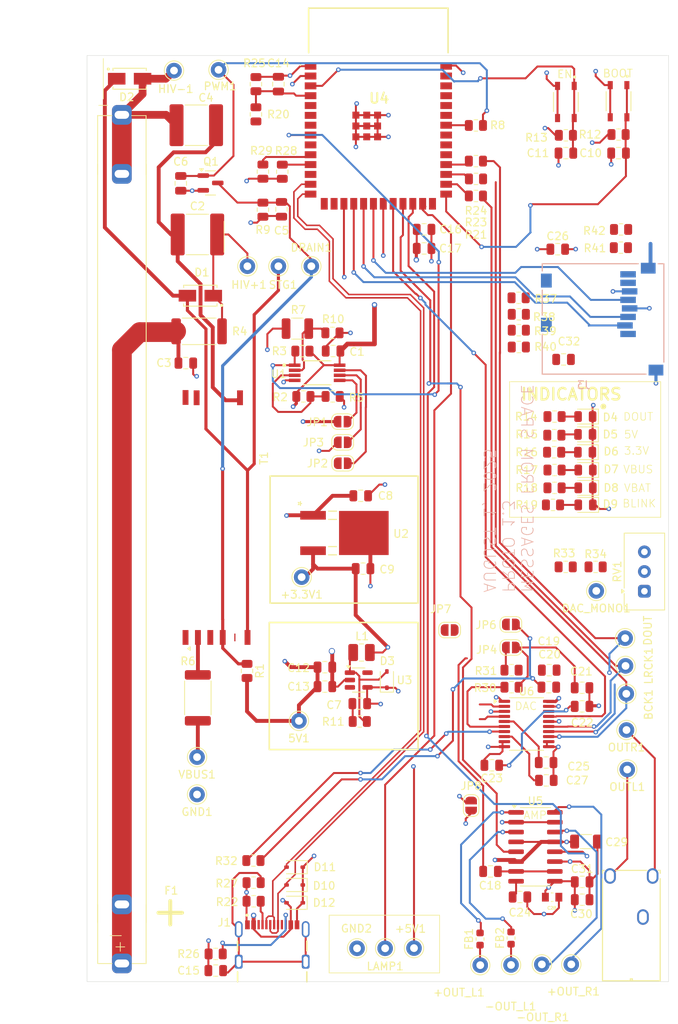
<source format=kicad_pcb>
(kicad_pcb (version 20241229) (generator "pcbnew") (generator_version "9.0")
  (layers (0 "F.Cu" signal) (4 "In1.Cu" signal) (6 "In2.Cu" signal) (2 "B.Cu" signal) (13 "F.Paste" user) (15 "B.Paste" user) (5 "F.SilkS" user "F.Silkscreen") (7 "B.SilkS" user "B.Silkscreen") (1 "F.Mask" user) (3 "B.Mask" user) (25 "Edge.Cuts" user))
  (net 0 "")
  (net 1 "/Power4/ANODE")
  (net 2 "+5V")
  (net 3 "Net-(Q1-D)")
  (net 4 "Net-(D3-A)")
  (net 5 "/Power4/CATHODE")
  (net 6 "/MCU4/SHELL_GND")
  (net 7 "Net-(D1-A)")
  (net 8 "/Audio4/OUTR")
  (net 9 "Net-(Q1-G)")
  (net 11 "Net-(D1-K)")
  (net 13 "/Audio4/OUTL")
  (net 14 "Net-(J3-DAT1)")
  (net 15 "Net-(C2-Pad1)")
  (net 16 "/PWM")
  (net 17 "/MOSI")
  (net 18 "/I2S_LRCK")
  (net 19 "/I2S_DOUT")
  (net 20 "/I2S_BCK")
  (net 21 "/MUTE")
  (net 22 "Net-(C3-Pad2)")
  (net 23 "/MISO")
  (net 24 "/CS")
  (net 27 "/EN")
  (net 28 "Net-(U4-IO4{slash}ADC1_CH3)")
  (net 30 "GND")
  (net 31 "/GPIO40")
  (net 33 "/GPIO38")
  (net 37 "/GPIO39")
  (net 38 "Net-(C7-Pad2)")
  (net 39 "/GPIO42")
  (net 40 "/GPIO16")
  (net 41 "/SCK")
  (net 42 "Net-(D5-A)")
  (net 43 "Net-(J1-CC1)")
  (net 44 "Net-(J1-CC2)")
  (net 45 "Net-(D6-A)")
  (net 46 "Net-(D7-A)")
  (net 47 "Net-(D8-A)")
  (net 48 "Net-(D9-A)")
  (net 50 "Net-(J3-DAT2)")
  (net 52 "Net-(U4-IO35)")
  (net 53 "Net-(JP1-A)")
  (net 54 "Net-(U4-IO36)")
  (net 56 "+3.3V")
  (net 57 "/SDA")
  (net 58 "/SCL")
  (net 59 "/USB_D-")
  (net 60 "/USB_D+")
  (net 61 "/GPIO0")
  (net 62 "VBUS")
  (net 68 "Net-(U4-IO37)")
  (net 69 "AGND")
  (net 70 "Net-(JP2-B)")
  (net 71 "Net-(JP3-A)")
  (net 72 "Net-(U1A-1IN+)")
  (net 73 "Net-(D4-A)")
  (net 74 "/BLINK")
  (net 75 "Net-(R6-Pad1)")
  (net 76 "/BAT_SENSE")
  (net 77 "Net-(U1A-1IN-)")
  (net 78 "/RAD_IN")
  (net 84 "Net-(+OUT_L1-Pad1)")
  (net 85 "/MUTE_AMP")
  (net 86 "/AMP")
  (net 87 "Net-(U5-+OUT_R)")
  (net 88 "Net-(-OUT_L1-Pad1)")
  (net 89 "Net-(U5--OUT_R)")
  (net 90 "/Audio4/DAC_MONO")
  (net 91 "Net-(U6-CAPM)")
  (net 92 "Net-(U6-CAPP)")
  (net 93 "Net-(U6-LDOO)")
  (net 94 "/Audio4/AMP_MONO")
  (net 95 "Net-(U5-VREF)")
  (net 96 "/Audio4/POT_OUTL")
  (net 97 "Net-(U6-VNEG)")
  (net 98 "Net-(U5-+OUT_L)")
  (net 99 "Net-(U5--OUT_L)")
  (net 100 "Net-(JP4-A)")
  (net 101 "Net-(JP6-A)")
  (net 102 "/LAMP")
  (net 103 "Net-(U6-OUTL)")
  (net 104 "Net-(U6-OUTR)")
  (net 105 "PGND")
  (footprint "Resistor_SMD:R_0805_2012Metric" (layer "F.Cu") (at 64.000008 105.45)
    (property "Reference" "R3")
    (property "Value" "10k")
  )
  (footprint "Resistor_SMD:R_0805_2012Metric" (layer "F.Cu") (at 90.9875 148.825 180)
    (property "Reference" "R30")
    (property "Value" "470R")
  )
  (footprint "Connector_Pin:Pin_D1.0mm_L10.0mm" (layer "F.Cu") (at 105.925 159.45)
    (property "Reference" "OUTL1")
    (property "Value" "TestPoint")
  )
  (footprint "Capacitor_SMD:C_0805_2012Metric" (layer "F.Cu") (at 79.7 92.2)
    (property "Reference" "C17")
    (property "Value" "1uF")
  )
  (footprint "Transformer_SMD:Transformer_Coilcraft_FL2810-1L" (layer "F.Cu") (at 48.5125 110.505 -90)
    (property "Reference" "T1")
    (property "Value" "FL2810-1L")
  )
  (footprint "Resistor_SMD:R_0805_2012Metric" (layer "F.Cu") (at 86.3875 85.43 180)
    (property "Reference" "R21")
    (property "Value" "33R")
  )
  (footprint "Resistor_SMD:R_0805_2012Metric" (layer "F.Cu") (at 104.8 77.5 180)
    (property "Reference" "R12")
    (property "Value" "10k")
  )
  (footprint "Diode_SMD:D_SOD-323" (layer "F.Cu") (at 63 174.35 180)
    (property "Reference" "D10")
    (property "Value" "PESD5V0S1BA")
  )
  (footprint "Resistor_SMD:R_0805_2012Metric" (layer "F.Cu") (at 91.925 102.75 180)
    (property "Reference" "R39")
    (property "Value" "4.7k")
  )
  (footprint "Connector_Pin:Pin_D1.0mm_L10.0mm" (layer "F.Cu") (at 98.7 184.6 90)
    (property "Reference" "+OUT_R1")
    (property "Value" "TestPoint")
  )
  (footprint "Package_TO_SOT_SMD:SOT-23" (layer "F.Cu") (at 52.1375 83.75)
    (property "Reference" "Q1")
    (property "Value" "AO3400A")
  )
  (footprint "Connector_Pin:Pin_D1.0mm_L10.0mm" (layer "F.Cu") (at 50.4 162.675)
    (property "Reference" "GND1")
    (property "Value" "TestPoint")
  )
  (footprint "Resistor_SMD:R_0805_2012Metric" (layer "F.Cu") (at 52.8 183.25 180)
    (property "Reference" "R26")
    (property "Value" "5.1k")
  )
  (footprint "Resistor_SMD:R_0805_2012Metric" (layer "F.Cu") (at 91.9 98.575 180)
    (property "Reference" "R37")
    (property "Value" "4.7k")
  )
  (footprint "Capacitor_SMD:C_0805_2012Metric" (layer "F.Cu") (at 48.95 107)
    (property "Reference" "C3")
    (property "Value" "1000pF")
  )
  (footprint "AP7363_33D_13:TO252-3L_DIO" (layer "F.Cu") (at 71.925 128.925 -90)
    (property "Reference" "U2")
    (property "Value" "AP7363-33D-13")
  )
  (footprint "Connector_Pin:Pin_D1.0mm_L10.0mm" (layer "F.Cu") (at 63.55 153.175)
    (property "Reference" "5V1")
    (property "Value" "TestPoint")
  )
  (footprint "Resistor_SMD:R_0805_2012Metric" (layer "F.Cu") (at 90.9875 146.625 180)
    (property "Reference" "R31")
    (property "Value" "10k")
  )
  (footprint "Resistor_SMD:R_0805_2012Metric" (layer "F.Cu") (at 98 77.6 180)
    (property "Reference" "R13")
    (property "Value" "10k")
  )
  (footprint "ES1H:DIOM4226X244N" (layer "F.Cu") (at 41.7 70.3)
    (property "Reference" "D2")
    (property "Value" "ES1H")
  )
  (footprint "Capacitor_SMD:C_0805_2012Metric" (layer "F.Cu") (at 71.5231 124.125)
    (property "Reference" "C8")
    (property "Value" "10uF")
  )
  (footprint "LED_SMD:LED_0805_2012Metric" (layer "F.Cu") (at 100.5 116.2 180)
    (property "Reference" "D5")
    (property "Value" "YELLOW")
  )
  (footprint "Fuse:Fuseholder_Clip-7.62mm_Littelfuse" (layer "F.Cu") (at 44.765 184.9225 90)
    (property "Reference" "F1")
    (property "Value" "Clip")
  )
  (footprint "Resistor_SMD:R_0805_2012Metric" (layer "F.Cu") (at 86.4 83.23 180)
    (property "Reference" "R23")
    (property "Value" "33R")
  )
  (footprint "Connector_Pin:Pin_D1.0mm_L10.0mm" (layer "F.Cu") (at 94.9 184.6 90)
    (property "Reference" "-OUT_R1")
    (property "Value" "TestPoint")
  )
  (footprint "Capacitor_SMD:C_0805_2012Metric" (layer "F.Cu") (at 95.475 160.85)
    (property "Reference" "C27")
    (property "Value" "0.1uF")
  )
  (footprint "Capacitor_SMD:C_0805_2012Metric" (layer "F.Cu") (at 95.85 146.625)
    (property "Reference" "C19")
    (property "Value" "2.2uF")
  )
  (footprint "Resistor_SMD:R_0805_2012Metric" (layer "F.Cu") (at 58.9 87.2 90)
    (property "Reference" "R9")
    (property "Value" "100R")
  )
  (footprint "Capacitor_SMD:C_0805_2012Metric" (layer "F.Cu") (at 66.9 146.24)
    (property "Reference" "C12")
    (property "Value" "10uF")
  )
  (footprint "Capacitor_SMD:C_0805_2012Metric" (layer "F.Cu") (at 95.45 158.55)
    (property "Reference" "C25")
    (property "Value" "2.2uF")
  )
  (footprint "Capacitor_SMD:C_0805_2012Metric" (layer "F.Cu") (at 100.1 173.95)
    (property "Reference" "C31")
    (property "Value" "1uF")
  )
  (footprint "Inductor_SMD:L_0603_1608Metric" (layer "F.Cu") (at 90.925 181.2 90)
    (property "Reference" "FB2")
    (property "Value" "FerriteBead_Small")
  )
  (footprint "Capacitor_SMD:C_2220_5750Metric" (layer "F.Cu") (at 50.45 90.4)
    (property "Reference" "C2")
    (property "Value" "1uF/ 500V")
  )
  (footprint "Connector_Pin:Pin_D1.0mm_L10.0mm" (layer "F.Cu") (at 90.925 184.675 90)
    (property "Reference" "-OUT_L1")
    (property "Value" "TestPoint")
  )
  (footprint "Potentiometer_THT:Potentiometer_Vishay_T93YA_Vertical" (layer "F.Cu") (at 108.1375 136.44 90)
    (property "Reference" "RV1")
    (property "Value" "R_Potentiometer")
  )
  (footprint "Resistor_SMD:R_0805_2012Metric" (layer "F.Cu") (at 96.4875 118.5 180)
    (property "Reference" "R16")
    (property "Value" "220R")
  )
  (footprint "Connector_Pin:Pin_D1.0mm_L10.0mm" (layer "F.Cu") (at 105.7 146.075)
    (property "Reference" "LRCK1")
    (property "Value" "TestPoint")
  )
  (footprint "Capacitor_SMD:C_0805_2012Metric" (layer "F.Cu") (at 98 79.9)
    (property "Reference" "C11")
    (property "Value" "0.1uF")
  )
  (footprint "Capacitor_SMD:C_0805_2012Metric" (layer "F.Cu") (at 92.075 175.9)
    (property "Reference" "C24")
    (property "Value" "1uF")
  )
  (footprint "Capacitor_SMD:C_2220_5750Metric" (layer "F.Cu") (at 50.3 76.3)
    (property "Reference" "C4")
    (property "Value" "1uF/ 500V")
  )
  (footprint "Resistor_SMD:R_0805_2012Metric" (layer "F.Cu") (at 96.5375 113.9 180)
    (property "Reference" "R14")
    (property "Value" "220R")
  )
  (footprint "Connector_Pin:Pin_D1.0mm_L10.0mm" (layer "F.Cu") (at 65.15 94.5)
    (property "Reference" "DRAIN1")
    (property "Value" "TestPoint")
  )
  (footprint "Jumper:SolderJumper-2_P1.3mm_Open_RoundedPad1.0x1.5mm" (layer "F.Cu") (at 85.775 164.1 90)
    (property "Reference" "JP8")
    (property "Value" "SolderJumper_2_Open")
  )
  (footprint "Resistor_SMD:R_2512_6332Metric" (layer "F.Cu") (at 50.5 150.2 -90)
    (property "Reference" "R6")
    (property "Value" "10R")
  )
  (footprint "LM393BIPWR:PW0008A-MFG" (layer "F.Cu") (at 65.900008 108.25)
    (property "Reference" "U1")
    (property "Value" "LM393BIPWR")
  )
  (footprint "Resistor_SMD:R_0805_2012Metric" (layer "F.Cu") (at 58.9 82.2875 -90)
    (property "Reference" "R29")
    (property "Value" "10k")
  )
  (footprint "Resistor_SMD:R_0805_2012Metric" (layer "F.Cu") (at 57.7 174.05 180)
    (property "Reference" "R27")
    (property "Value" "1M")
  )
  (footprint "Inductor_SMD:L_1008_2520Metric" (layer "F.Cu") (at 71.625 144.35 180)
    (property "Reference" "L1")
    (property "Value" "2.2uH")
  )
  (footprint "GRMJN7R61C206ME05D:CAPC1810X80N" (layer "F.Cu") (at 96.225 175.925)
    (property "Reference" "C28")
    (property "Value" "20uF")
  )
  (footprint "Connector_Pin:Pin_D1.0mm_L10.0mm" (layer "F.Cu") (at 78.4 182.5 90)
    (property "Reference" "+5V1")
    (property "Value" "TestPoint")
  )
  (footprint "STX_3000:STX-3000_KYC" (layer "F.Cu") (at 107.950124 178.490435 180)
    (property "Reference" "J2" (hide yes))
    (property "Value" "AUDIO JACK")
  )
  (footprint "Diode_SMD:D_SOD-323" (layer "F.Cu") (at 63 176.65 180)
    (property "Reference" "D12")
    (property "Value" "PESD5V0S1BA")
  )
  (footprint "Resistor_SMD:R_0805_2012Metric" (layer "F.Cu") (at 96.5375 120.8 180)
    (property "Reference" "R17")
    (property "Value" "220R")
  )
  (footprint "Capacitor_SMD:C_0805_2012Metric" (layer "F.Cu") (at 79.7 89.74)
    (property "Reference" "C16")
    (property "Value" "10uF")
  )
  (footprint "Resistor_SMD:R_0805_2012Metric" (layer "F.Cu") (at 71.4 153.25)
    (property "Reference" "R11")
    (property "Value" "10R")
  )
  (footprint "Resistor_SMD:R_0805_2012Metric" (layer "F.Cu") (at 86.3875 80.93 180)
    (property "Reference" "R24")
    (property "Value" "33R")
  )
  (footprint "Jumper:SolderJumper-2_P1.3mm_Open_RoundedPad1.0x1.5mm" (layer "F.Cu") (at 69.2 119.925)
    (property "Reference" "JP2")
    (property "Value" "SolderJumper_2_Open")
  )
  (footprint "Resistor_SMD:R_0805_2012Metric" (layer "F.Cu") (at 105.1 92.1 180)
    (property "Reference" "R41")
    (property "Value" "4.7k")
  )
  (footprint "Capacitor_SMD:C_1206_3216Metric" (layer "F.Cu") (at 100.6 168.75)
    (property "Reference" "C29")
    (property "Value" "220uF")
  )
  (footprint "Capacitor_SMD:C_0805_2012Metric" (layer "F.Cu") (at 88.4375 158.9 180)
    (property "Reference" "C23")
    (property "Value" "0.1uF")
  )
  (footprint "Jumper:SolderJumper-2_P1.3mm_Open_RoundedPad1.0x1.5mm" (layer "F.Cu") (at 83 141.45 180)
    (property "Reference" "JP7")
    (property "Value" "SolderJumper_2_Open")
  )
  (footprint "Jumper:SolderJumper-2_P1.3mm_Open_RoundedPad1.0x1.5mm" (layer "F.Cu") (at 69.2 117.225 180)
    (property "Reference" "JP3")
    (property "Value" "SolderJumper_2_Open")
  )
  (footprint "Package_SO:SOP-16_3.9x9.9mm_P1.27mm" (layer "F.Cu") (at 94.075 169.425)
    (property "Reference" "U5")
    (property "Value" "PAM8406DR")
  )
  (footprint "LED_SMD:LED_0805_2012Metric" (layer "F.Cu") (at 100.4875 118.5 180)
    (property "Reference" "D6")
    (property "Value" "YELLOW")
  )
  (footprint "Connector_Pin:Pin_D1.0mm_L10.0mm" (layer "F.Cu") (at 50.4 157.85)
    (property "Reference" "VBUS1")
    (property "Value" "TestPoint")
  )
  (footprint "Connector_Pin:Pin_D1.0mm_L10.0mm" (layer "F.Cu") (at 105.825 154.35)
    (property "Reference" "OUTR1")
    (property "Value" "TestPoint")
  )
  (footprint "Resistor_SMD:R_0805_2012Metric" (layer "F.Cu") (at 57.675 171.2 180)
    (property "Reference" "R32")
    (property "Value" "470R")
  )
  (footprint "Resistor_SMD:R_0805_2012Metric" (layer "F.Cu") (at 91.925 100.7 180)
    (property "Reference" "R38")
    (property "Value" "4.7k")
  )
  (footprint "Resistor_SMD:R_0805_2012Metric" (layer "F.Cu") (at 58 71 -90)
    (property "Reference" "R25")
    (property "Value" "10k")
  )
  (footprint "Diode_SMD:D_SOD-323" (layer "F.Cu") (at 63 172.05 180)
    (property "Reference" "D11")
    (property "Value" "PESD5V0S1BA")
  )
  (footprint "Connector_Pin:Pin_D1.0mm_L10.0mm" (layer "F.Cu") (at 47.425 69.25)
    (property "Reference" "HIV-1")
    (property "Value" "TestPoint")
  )
  (footprint "Capacitor_SMD:C_0805_2012Metric" (layer "F.Cu") (at 88.275 172.6 180)
    (property "Reference" "C18")
    (property "Value" "1uF")
  )
  (footprint "Connector_Pin:Pin_D1.0mm_L10.0mm" (layer "F.Cu") (at 105.65 142.5)
    (property "Reference" "DOUT1" (hide yes))
    (property "Value" "TestPoint")
  )
  (footprint "Resistor_SMD:R_0805_2012Metric" (layer "F.Cu") (at 57.7 176.45 180)
    (property "Reference" "R22")
    (property "Value" "5.1k")
  )
  (footprint "ES1H:DIOM4226X244N" (layer "F.Cu") (at 50.825 98.3 180)
    (property "Reference" "D1")
    (property "Value" "ES1H")
  )
  (footprint "Resistor_SMD:R_0805_2012Metric" (layer "F.Cu") (at 86.3875 76.33 180)
    (property "Reference" "R8")
    (property "Value" "1K")
  )
  (footprint "Capacitor_SMD:C_0805_2012Metric" (layer "F.Cu") (at 97.7 106.525)
    (property "Reference" "C32")
    (property "Value" "1uF")
  )
  (footprint "Resistor_SMD:R_2512_6332Metric" (layer "F.Cu") (at 50.6625 102.9)
    (property "Reference" "R4")
    (property "Value" "560k, 1M")
  )
  (footprint "SKRPABE010:SW_SKRPABE010" (layer "F.Cu") (at 104.8 73.2 -90)
    (property "Reference" "S1" (hide yes))
    (property "Value" "SKRPABE010" (hide yes))
  )
  (footprint "Resistor_SMD:R_0805_2012Metric" (layer "F.Cu") (at 105.125 89.75 180)
    (property "Reference" "R42")
    (property "Value" "4.7k")
  )
  (footprint "Resistor_SMD:R_0805_2012Metric" (layer "F.Cu") (at 96.5125 116.3 180)
    (property "Reference" "R15")
    (property "Value" "220R")
  )
  (footprint "Capacitor_SMD:C_0805_2012Metric" (layer "F.Cu") (at 95.8 148.825)
    (property "Reference" "C20")
    (property "Value" "2.2nF")
  )
  (footprint "Capacitor_SMD:C_0805_2012Metric" (layer "F.Cu") (at 96.95 92.3)
    (property "Reference" "C26")
    (property "Value" "10uF")
  )
  (footprint "Capacitor_SMD:C_0805_2012Metric" (layer "F.Cu") (at 67.950008 105.44)
    (property "Reference" "C1")
    (property "Value" "0.1uF")
  )
  (footprint "Resistor_SMD:R_1210_3225Metric" (layer "F.Cu") (at 63.35 102.55 180)
    (property "Reference" "R7")
    (property "Value" "1M")
  )
  (footprint "Capacitor_SMD:C_0805_2012Metric" (layer "F.Cu") (at 100.0875 151.3)
    (property "Reference" "C22")
    (property "Value" "10uF")
  )
  (footprint "Resistor_SMD:R_0805_2012Metric" (layer "F.Cu") (at 96.5375 123.1 180)
    (property "Reference" "R18")
    (property "Value" "220R")
  )
  (footprint "Capacitor_SMD:C_0805_2012Metric" (layer "F.Cu") (at 100.1 176.25)
    (property "Reference" "C30")
    (property "Value" "0.1uF")
  )
  (footprint "SKRPABE010:SW_SKRPABE010" (layer "F.Cu") (at 98 73.3 -90)
    (property "Reference" "S2" (hide yes))
    (property "Value" "SKRPABE010" (hide yes))
  )
  (footprint "Package_TO_SOT_SMD:SOT-23-5" (layer "F.Cu") (at 71.2625 147.9)
    (property "Reference" "U3")
    (property "Value" "TPS613222ADBV")
  )
  (footprint "Resistor_SMD:R_0805_2012Metric" (layer "F.Cu") (at 61.4 82.3 -90)
    (property "Reference" "R28")
    (property "Value" "10k")
  )
  (footprint "Jumper:SolderJumper-2_P1.3mm_Open_RoundedPad1.0x1.5mm" (layer "F.Cu") (at 90.9 143.7)
    (property "Reference" "JP4")
    (property "Value" "SolderJumper_2_Open")
  )
  (footprint "Connector_Pin:Pin_D1.0mm_L10.0mm" (layer "F.Cu") (at 105.8 149.675)
    (property "Reference" "BCK1")
    (property "Value" "TestPoint")
  )
  (footprint "Capacitor_SMD:C_0805_2012Metric" (layer "F.Cu") (at 66.9 148.75)
    (property "Reference" "C13")
    (property "Value" "10uF")
  )
  (footprint "Connector_Pin:Pin_D1.0mm_L10.0mm" (layer "F.Cu") (at 60.9 94.5)
    (property "Reference" "STG1")
    (property "Value" "TestPoint")
  )
  (footprint "Jumper:SolderJumper-2_P1.3mm_Open_RoundedPad1.0x1.5mm" (layer "F.Cu") (at 69.175 114.55 180)
    (property "Reference" "JP1")
    (property "Value" "SolderJumper_2_Open")
  )
  (footprint "LED_SMD:LED_0805_2012Metric" (layer "F.Cu") (at 100.5375 123.1 180)
    (property "Reference" "D8")
    (property "Value" "YELLOW")
  )
  (footprint "Capacitor_SMD:C_0805_2012Metric" (layer "F.Cu") (at 61.3 87.15 -90)
    (property "Reference" "C5")
    (property "Value" "1000pF")
  )
  (footprint "Capacitor_SMD:C_0805_2012Metric" (layer "F.Cu") (at 48.3 83.8 -90)
    (property "Reference" "C6")
    (property "Value" "100pF")
  )
  (footprint "Capacitor_SMD:C_0805_2012Metric" (layer "F.Cu") (at 71.8231 133.525)
    (property "Reference" "C9")
    (property "Value" "10uF")
  )
  (footprint "Connector_Pin:Pin_D1.0mm_L10.0mm" (layer "F.Cu") (at 63.9 134.625)
    (property "Reference" "+3.3V1")
    (property "Value" "TestPoint")
  )
  (footprint "USB4105-GF-A:GCT_USB4105-GF-A" (layer "F.Cu") (at 60.1 184.25)
    (property "Reference" "J1")
    (property "Value" "USB4105-GF-A")
  )
  (footprint "Connector_Pin:Pin_D1.0mm_L10.0mm" (layer "F.Cu") (at 74.675 182.525 90)
    (property "Reference" "LAMP1")
    (property "Value" "TestPoint")
  )
  (footprint "Resistor_SMD:R_0805_2012Metric" (layer "F.Cu") (at 101.8375 133.3)
    (property "Reference" "R34")
    (property "Value" "10k")
  )
  (footprint "Connector_Pin:Pin_D1.0mm_L10.0mm" (layer "F.Cu") (at 53.175 69.15)
    (property "Reference" "PWM1")
    (property "Value" "TestPoint")
  )
  (footprint "Connector_Pin:Pin_D1.0mm_L10.0mm" (layer "F.Cu") (at 71.05 182.525)
    (property "Reference" "GND2")
    (property "Value" "TestPoint")
  )
  (footprint "Capacitor_SMD:C_0805_2012Metric" (layer "F.Cu") (at 100.0875 148.9)
    (property "Reference" "C21")
    (property "Value" "2.2nF")
  )
  (footprint "Resistor_SMD:R_0805_2012Metric" (layer "F.Cu") (at 64.125 111.3 180)
    (property "Reference" "R2")
    (property "Value" "22k")
  )
  (footprint "Jumper:SolderJumper-2_P1.3mm_Open_RoundedPad1.0x1.5mm" (layer "F.Cu") (at 90.9 140.725)
    (property "Reference" "JP6")
    (property "Value" "SolderJumper_2_Open")
  )
  (footprint "Resistor_SMD:R_0805_2012Metric" (layer "F.Cu") (at 58 74.9 -90)
    (property "Reference" "R20")
    (property "Value" "2.7k")
  )
  (footprint "Resistor_SMD:R_0805_2012Metric" (layer "F.Cu") (at 96.3375 125.3 180)
    (property "Reference" "R19")
    (property "Value" "220R")
  )
  (footprint "Capacitor_SMD:C_0805_2012Metric" (layer "F.Cu") (at 60.9 71 90)
    (property "Reference" "C14")
    (property "Value" "0.1uF")
  )
  (footprint "LED_SMD:LED_0805_2012Metric" (layer "F.Cu") (at 100.5375 120.8 180)
    (property "Reference" "D7")
    (property "Value" "BLUE")
  )
  (footprint "Package_SO:TSSOP-20_4.4x6.5mm_P0.65mm" (layer "F.Cu") (at 92.925 153.575)
    (property "Reference" "U6")
    (property "Value" "PCM5102")
  )
  (footprint "LED_SMD:LED_0805_2012Metric" (layer "F.Cu") (at 100.5375 125.3 180)
    (property "Reference" "D9")
    (property "Value" "YELLOW")
  )
  (footprint "Resistor_SMD:R_0805_2012Metric" (layer "F.Cu") (at 67.9 111.3 180)
    (property "Reference" "R5")
    (property "Value" "10k")
  )
  (footprint "Resistor_SMD:R_0805_2012Metric" (layer "F.Cu") (at 91.925 104.925 180)
    (property "Reference" "R40")
    (property "Value" "4.7k")
  )
  (footprint "LED_SMD:LED_0805_2012Metric" (layer "F.Cu") (at 100.5125 113.9 180)
    (property "Reference" "D4")
    (property "Value" "YELLOW")
  )
  (footprint "KiCad:ESP32S3WROOM1N8R2" (layer "F.Cu") (at 73.8 73.94)
    (property "Reference" "U4")
    (property "Value" "ESP32-S3-WROOM-1-N8" (hide yes))
  )
  (footprint "Connector_Pin:Pin_D1.0mm_L10.0mm" (layer "F.Cu") (at 56.9 94.5)
    (property "Reference" "HIV+1")
    (property "Value" "TestPoint")
  )
  (footprint "Resistor_SMD:R_0805_2012Metric" (layer "F.Cu") (at 67.875 103.1 180)
    (property "Reference" "R10")
    (property "Value" "10k")
  )
  (footprint "Inductor_SMD:L_0603_1608Metric" (layer "F.Cu") (at 86.925 181.325 90)
    (property "Reference" "FB1")
    (property "Value" "FerriteBead_Small")
  )
  (footprint "Resistor_SMD:R_0805_2012Metric" (layer "F.Cu") (at 56.85 146.725 -90)
    (property "Reference" "R1")
    (property "Value" "220R")
  )
  (footprint "Connector_Pin:Pin_D1.0mm_L10.0mm" (layer "F.Cu") (at 101.925 136.4)
    (property "Reference" "DAC_MONO1")
    (property "Value" "TestPoint")
  )
  (footprint "Capacitor_SMD:C_0805_2012Metric" (layer "F.Cu") (at 104.8 79.9)
    (property "Reference" "C10")
    (property "Value" "0.1uF")
  )
  (footprint "Connector_Pin:Pin_D1.0mm_L10.0mm" (layer "F.Cu") (at 86.95 184.7 90)
    (property "Reference" "+OUT_L1")
    (property "Value" "TestPoint")
  )
  (footprint "Capacitor_SMD:C_0805_2012Metric" (layer "F.Cu") (at 71.4 150.95 180)
    (property "Reference" "C7")
    (property "Value" "120pF")
  )
  (footprint "Capacitor_SMD:C_0805_2012Metric" (layer "F.Cu") (at 52.8125 185.4)
    (property "Reference" "C15")
    (property "Value" "0.01uF")
  )
  (footprint "Diode_SMD:D_SOD-323" (layer "F.Cu") (at 74.9 147.85 90)
    (property "Reference" "D3")
    (property "Value" "D_Schottky")
  )
  (footprint "Resistor_SMD:R_0805_2012Metric" (layer "F.Cu") (at 97.975 133.3 180)
    (property "Reference" "R33")
    (property "Value" "10k")
  )
  (footprint "MEM2061 SD CARD CONNECTOR:MEM2061-01-188-00-A_GCT" (layer "B.Cu") (at 102.8 101.3 -90)
    (property "Reference" "J3")
    (property "Value" "MEM2061-01-188-00-A")
  )
  (gr_poly (pts (xy 78.925 140.475) (xy 78.925 156.875) (xy 59.725 156.875) (xy 59.725 140.475)) (stroke (width 0.2)) (fill no) (layer "F.SilkS"))
  (gr_line (start 67.45 178.25) (end 67.45 185.7) (stroke (width 0.1)) (layer "F.SilkS"))
  (gr_line (start 110.2375 126.9) (end 110.2375 109.4) (stroke (width 0.1)) (layer "F.SilkS"))
  (gr_line (start 81.7 178.25) (end 67.45 178.25) (stroke (width 0.1)) (layer "F.SilkS"))
  (gr_line (start 81.7 185.7) (end 81.7 178.25) (stroke (width 0.1)) (layer "F.SilkS"))
  (gr_line (start 67.45 185.7) (end 81.7 185.7) (stroke (width 0.1)) (layer "F.SilkS"))
  (gr_line (start 90.7375 109.4) (end 90.7375 126.9) (stroke (width 0.1)) (layer "F.SilkS"))
  (gr_poly (pts (xy 78.925 121.575) (xy 78.925 137.975) (xy 59.825 137.975) (xy 59.825 121.575)) (stroke (width 0.2)) (fill no) (layer "F.SilkS"))
  (gr_line (start 90.7375 126.9) (end 110.2375 126.9) (stroke (width 0.1)) (layer "F.SilkS"))
  (gr_line (start 38.3 67.7) (end 38.3 72.9) (stroke (width 0.1)) (layer "F.SilkS"))
  (gr_line (start 53.9 88.7) (end 53.9 92.7) (stroke (width 0.1)) (layer "F.SilkS"))
  (gr_circle (center 102.8375 112.6) (end 103.153728 112.6) (stroke (width 0.1)) (fill yes) (layer "F.SilkS"))
  (gr_line (start 110.2375 109.4) (end 90.7375 109.4) (stroke (width 0.1)) (layer "F.SilkS"))
  (gr_rect (start 36.2 67.3) (end 111.25 186.825) (stroke (width 0.05)) (fill no) (layer "Edge.Cuts"))
  (gr_text "-" (at 37.3 74.5 0) (layer "F.SilkS") (effects (font (size 1.5 1.5) (thickness 0.1)) (justify left bottom)))
  (gr_text "+" (at 49.75 179.975 0) (layer "F.SilkS") (effects (font (size 4 4) (thickness 0.5) (bold yes)) (justify left bottom mirror)))
  (gr_text "DOUT" (at 105.3375 114.5 0) (layer "F.SilkS") (effects (font (size 1 1) (thickness 0.1)) (justify left bottom)))
  (gr_text "VBAT" (at 105.4375 123.7 0) (layer "F.SilkS") (effects (font (size 1 1) (thickness 0.1)) (justify left bottom)))
  (gr_text "VBUS" (at 105.3375 121.3 0) (layer "F.SilkS") (effects (font (size 1 1) (thickness 0.1)) (justify left bottom)))
  (gr_text "INDICATORS" (at 92.0375 111.9 0) (layer "F.SilkS") (effects (font (size 1.5 1.5) (thickness 0.3) (bold yes)) (justify left bottom)))
  (gr_text "AMP" (at 92.475 165.925 0) (layer "F.SilkS") (effects (font (size 1 1) (thickness 0.1)) (justify left bottom)))
  (gr_text "+" (at 39.5 183.1 0) (layer "F.SilkS") (effects (font (size 1.5 1.5) (thickness 0.1)) (justify left bottom)))
  (gr_text "EN" (at 96.8 70.3 0) (layer "F.SilkS") (effects (font (size 1 1) (thickness 0.125)) (justify left bottom)))
  (gr_text "5V" (at 105.4375 116.8 0) (layer "F.SilkS") (effects (font (size 1 1) (thickness 0.1)) (justify left bottom)))
  (gr_text "DAC" (at 91.35 151.85 0) (layer "F.SilkS") (effects (font (size 1 1) (thickness 0.1)) (justify left bottom)))
  (gr_text "BOOT" (at 102.7 70.2 0) (layer "F.SilkS") (effects (font (size 1 1) (thickness 0.125)) (justify left bottom)))
  (gr_text "BLINK" (at 105.2375 125.7 0) (layer "F.SilkS") (effects (font (size 1 1) (thickness 0.1)) (justify left bottom)))
  (gr_text "DOUT" (at 108.575 141.525 90) (layer "F.SilkS") (effects (font (size 1 1))))
  (gr_text "3.3V" (at 105.4375 118.9 0) (layer "F.SilkS") (effects (font (size 1 1) (thickness 0.1)) (justify left bottom)))
  (gr_text "MESSAGES FROM SPACE\nPROTO 1.3\nAUGUST 1, 2025" (at 87.25 136.7 270) (layer "B.SilkS") (effects (font (size 1.5 1.5) (thickness 0.1)) (justify left bottom mirror)))
  (segment (start 40.7 176.8575) (end 40.7 105.3) (width 2.54) (layer "F.Cu") (net 1))
  (segment (start 40.7 184.4775) (end 40.7 176.8575) (width 2.54) (layer "F.Cu") (net 1))
  (segment (start 48 107) (end 48 103.2) (width 0.5) (layer "F.Cu") (net 1))
  (segment (start 47.6 103) (end 47.7 102.9) (width 2.54) (layer "F.Cu") (net 1))
  (segment (start 40.7 105.3) (end 43 103) (width 2.54) (layer "F.Cu") (net 1))
  (segment (start 43 103) (end 47.6 103) (width 2.54) (layer "F.Cu") (net 1))
  (segment (start 48 103.2) (end 47.7 102.9) (width 0.254) (layer "F.Cu") (net 1))
  (segment (start 65.95 146.24) (end 62.49 146.24) (width 0.5) (layer "F.Cu") (net 2))
  (segment (start 56.85 151.95) (end 58.075 153.175) (width 0.5) (layer "F.Cu") (net 2))
  (segment (start 62.49 146.24) (end 61.725 145.475) (width 0.5) (layer "F.Cu") (net 2))
  (segment (start 78.4 182.5) (end 78.4 159.125) (width 0.254) (layer "F.Cu") (net 2))
  (segment (start 56.85 147.6375) (end 56.85 151.95) (width 0.5) (layer "F.Cu") (net 2))
  (segment (start 74.9 148.9) (end 75.975 148.9) (width 0.254) (layer "F.Cu") (net 2))
  (segment (start 76.3625 149.3375) (end 76.325 149.3) (width 0.254) (layer "F.Cu") (net 2))
  (segment (start 72.4 148.85) (end 74.85 148.85) (width 0.254) (layer "F.Cu") (net 2))
  (segment (start 72.35 150.95) (end 72.35 148.9) (width 0.254) (layer "F.Cu") (net 2))
  (segment (start 65.95 146.24) (end 65.95 148.75) (width 0.5) (layer "F.Cu") (net 2))
  (segment (start 72.35 150.95) (end 74.05 150.95) (width 0.254) (layer "F.Cu") (net 2))
  (segment (start 74.05 150.95) (end 74.1 151) (width 0.254) (layer "F.Cu") (net 2))
  (segment (start 65.95 148.75) (end 63.55 151.15) (width 0.5) (layer "F.Cu") (net 2))
  (segment (start 74.85 148.85) (end 74.9 148.9) (width 0.254) (layer "F.Cu") (net 2))
  (segment (start 75.975 148.9) (end 76.5 149.425) (width 0.254) (layer "F.Cu") (net 2))
  (segment (start 58.075 153.175) (end 63.55 153.175) (width 0.5) (layer "F.Cu") (net 2))
  (segment (start 72.35 148.9) (end 72.4 148.85) (width 0.254) (layer "F.Cu") (net 2))
  (segment (start 63.55 151.15) (end 63.55 153.175) (width 0.5) (layer "F.Cu") (net 2))
  (segment (start 78.4 159.125) (end 78.325 159.05) (width 0.254) (layer "F.Cu") (net 2))
  (segment (start 76.45 149.425) (end 76.3625 149.3375) (width 0.254) (layer "F.Cu") (net 2))
  (via (at 78.325 159.05) (size 0.6) (drill 0.3) (layers "F.Cu" "B.Cu") (net 2))
  (via (at 74.1 151) (size 0.6) (drill 0.3) (layers "F.Cu" "B.Cu") (net 2))
  (via (at 61.725 145.475) (size 0.6) (drill 0.3) (layers "F.Cu" "B.Cu") (net 2))
  (via (at 76.3625 149.3375) (size 0.6) (drill 0.3) (layers "F.Cu" "B.Cu") (net 2))
  (segment (start 53.7125 140.0875) (end 53.7125 142.405) (width 0.4) (layer "F.Cu") (net 3))
  (segment (start 53.7 140.075) (end 53.7 120.625) (width 0.4) (layer "F.Cu") (net 3))
  (segment (start 55.6125 86.2875) (end 53.075 83.75) (width 0.254) (layer "F.Cu") (net 3))
  (segment (start 62.375 90.825) (end 65.15 93.6) (width 0.254) (layer "F.Cu") (net 3))
  (segment (start 58.9 86.2875) (end 55.6125 86.2875) (width 0.254) (layer "F.Cu") (net 3))
  (segment (start 55.7375 145.8125) (end 56.85 145.8125) (width 0.4) (layer "F.Cu") (net 3))
  (segment (start 61.3 86.2) (end 61.8 86.2) (width 0.254) (layer "F.Cu") (net 3))
  (segment (start 65.15 93.6) (end 65.15 94.5) (width 0.254) (layer "F.Cu") (net 3))
  (segment (start 53.7125 143.7875) (end 55.7375 145.8125) (width 0.4) (layer "F.Cu") (net 3))
  (segment (start 53.7 140.075) (end 53.7125 140.0875) (width 0.4) (layer "F.Cu") (net 3))
  (segment (start 62.375 86.775) (end 62.375 90.825) (width 0.254) (layer "F.Cu") (net 3))
  (segment (start 61.8 86.2) (end 62.375 86.775) (width 0.254) (layer "F.Cu") (net 3))
  (segment (start 58.9 86.2875) (end 61.2125 86.2875) (width 0.254) (layer "F.Cu") (net 3))
  (segment (start 53.7125 142.405) (end 53.7125 143.7875) (width 0.4) (layer "F.Cu") (net 3))
  (via (at 53.7 120.625) (size 0.6) (drill 0.3) (layers "F.Cu" "B.Cu") (net 3))
  (segment (start 65.15 95.9) (end 65.15 94.5) (width 0.4) (layer "B.Cu") (net 3))
  (segment (start 53.725 107.325) (end 65.15 95.9) (width 0.4) (layer "B.Cu") (net 3))
  (segment (start 53.7 120.625) (end 53.7 107.35) (width 0.4) (layer "B.Cu") (net 3))
  (segment (start 73.85 147.85) (end 74.9 146.8) (width 0.254) (layer "F.Cu") (net 4))
  (segment (start 71.35 147.85) (end 71.35 147.4) (width 0.254) (layer "F.Cu") (net 4))
  (segment (start 70.125 144.775) (end 70.55 144.35) (width 0.254) (layer "F.Cu") (net 4))
  (segment (start 71.35 147.85) (end 73.85 147.85) (width 0.254) (layer "F.Cu") (net 4))
  (segment (start 70.125 146.95) (end 70.125 144.775) (width 0.254) (layer "F.Cu") (net 4))
  (segment (start 70.9 146.95) (end 70.125 146.95) (width 0.254) (layer "F.Cu") (net 4))
  (segment (start 71.35 152.625) (end 71.35 147.85) (width 0.254) (layer "F.Cu") (net 4))
  (segment (start 71.975 153.25) (end 71.35 152.625) (width 0.254) (layer "F.Cu") (net 4))
  (segment (start 71.35 147.4) (end 70.9 146.95) (width 0.254) (layer "F.Cu") (net 4))
  (segment (start 72.3125 153.25) (end 71.975 153.25) (width 0.254) (layer "F.Cu") (net 4))
  (segment (start 40.695 74.9625) (end 46.4125 74.9625) (width 1) (layer "F.Cu") (net 5))
  (segment (start 46.375 70.3) (end 47.425 69.25) (width 1) (layer "F.Cu") (net 5))
  (segment (start 43.37 70.3) (end 43.37 72.2875) (width 1) (layer "F.Cu") (net 5))
  (segment (start 43.37 72.2875) (end 40.695 74.9625) (width 1) (layer "F.Cu") (net 5))
  (segment (start 43.37 70.3) (end 46.375 70.3) (width 1) (layer "F.Cu") (net 5))
  (segment (start 40.695 74.9625) (end 40.695 82.5825) (width 2.54) (layer "F.Cu") (net 5))
  (segment (start 46.4125 74.9625) (end 47.75 76.3) (width 1) (layer "F.Cu") (net 5))
  (segment (start 55.78 184.25) (end 64.42 184.25) (width 0.254) (layer "F.Cu") (net 6))
  (segment (start 58.175 172.8) (end 55.85 172.8) (width 0.254) (layer "F.Cu") (net 6))
  (segment (start 53.7625 185.65) (end 54.38 185.65) (width 0.254) (layer "F.Cu") (net 6))
  (segment (start 54.38 185.65) (end 55.78 184.25) (width 0.254) (layer "F.Cu") (net 6))
  (segment (start 54.975 173.675) (end 54.975 179.265) (width 0.254) (layer "F.Cu") (net 6))
  (segment (start 64.42 184.25) (end 64.42 180.07) (width 0.254) (layer "F.Cu") (net 6))
  (segment (start 58.6125 173.2375) (end 58.175 172.8) (width 0.254) (layer "F.Cu") (net 6))
  (segment (start 58.6125 174.05) (end 58.6125 173.2375) (width 0.254) (layer "F.Cu") (net 6))
  (segment (start 55.85 172.8) (end 54.975 173.675) (width 0.254) (layer "F.Cu") (net 6))
  (segment (start 54.975 179.265) (end 55.78 180.07) (width 0.254) (layer "F.Cu") (net 6))
  (segment (start 55.78 180.07) (end 55.78 184.25) (width 0.254) (layer "F.Cu") (net 6))
  (segment (start 57.775 120) (end 56.9125 120.8625) (width 0.4) (layer "F.Cu") (net 7))
  (segment (start 38.5 71.83) (end 40.03 70.3) (width 0.5) (layer "F.Cu") (net 7))
  (segment (start 51.55 102.6) (end 49.155 100.205) (width 0.4) (layer "F.Cu") (net 7))
  (segment (start 54.4625 118.4125) (end 51.55 115.5) (width 0.4) (layer "F.Cu") (net 7))
  (segment (start 49.155 100.205) (end 49.155 98.3) (width 0.4) (layer "F.Cu") (net 7))
  (segment (start 51.55 115.5) (end 51.55 102.6) (width 0.4) (layer "F.Cu") (net 7))
  (segment (start 47.3 98.3) (end 38.5 89.5) (width 0.5) (layer "F.Cu") (net 7))
  (segment (start 49.155 98.3) (end 47.3 98.3) (width 0.5) (layer "F.Cu") (net 7))
  (segment (start 60.9 94.5) (end 60.9 97.625) (width 0.4) (layer "F.Cu") (net 7))
  (segment (start 56.9125 142.405) (end 56.9125 120.8625) (width 0.4) (layer "F.Cu") (net 7))
  (segment (start 56.9125 120.8625) (end 54.4625 118.4125) (width 0.4) (layer "F.Cu") (net 7))
  (segment (start 38.5 89.5) (end 38.5 71.83) (width 0.5) (layer "F.Cu") (net 7))
  (segment (start 57.775 100.75) (end 57.775 120) (width 0.4) (layer "F.Cu") (net 7))
  (segment (start 60.9 97.625) (end 57.775 100.75) (width 0.4) (layer "F.Cu") (net 7))
  (segment (start 109.475 158) (end 109.475 172.56525) (width 0.254) (layer "F.Cu") (net 8))
  (segment (start 91.55 140.725) (end 93.375 142.55) (width 0.254) (layer "F.Cu") (net 8))
  (segment (start 83.425 155.725) (end 83.425 149.1) (width 0.254) (layer "F.Cu") (net 8))
  (segment (start 81.425 157.725) (end 83.425 155.725) (width 0.254) (layer "F.Cu") (net 8))
  (segment (start 58.5875 171.2) (end 69.0625 160.725) (width 0.254) (layer "F.Cu") (net 8))
  (segment (start 109.475 172.56525) (end 108.849817 173.190433) (width 0.254) (layer "F.Cu") (net 8))
  (segment (start 93.725 147.7) (end 94.85 148.825) (width 0.254) (layer "F.Cu") (net 8))
  (segment (start 69.0625 160.725) (end 71.5 160.725) (width 0.254) (layer "F.Cu") (net 8))
  (segment (start 94.85 148.825) (end 94.85 149.15) (width 0.254) (layer "F.Cu") (net 8))
  (segment (start 105.825 154.35) (end 109.475 158) (width 0.254) (layer "F.Cu") (net 8))
  (via (at 83.425 149.1) (size 0.6) (drill 0.3) (layers "F.Cu" "B.Cu") (net 8))
  (via (at 81.425 157.725) (size 0.6) (drill 0.3) (layers "F.Cu" "B.Cu") (net 8))
  (via (at 93.725 147.7) (size 0.6) (drill 0.3) (layers "F.Cu" "B.Cu") (net 8))
  (via (at 71.5 160.725) (size 0.6) (drill 0.3) (layers "F.Cu" "B.Cu") (net 8))
  (via (at 93.375 142.55) (size 0.6) (drill 0.3) (layers "F.Cu" "B.Cu") (net 8))
  (segment (start 84.825 147.7) (end 83.425 149.1) (width 0.254) (layer "B.Cu") (net 8))
  (segment (start 74.25 160.725) (end 77.25 157.725) (width 0.254) (layer "B.Cu") (net 8))
  (segment (start 93.725 147.7) (end 84.825 147.7) (width 0.254) (layer "B.Cu") (net 8))
  (segment (start 77.25 157.725) (end 81.425 157.725) (width 0.254) (layer "B.Cu") (net 8))
  (segment (start 71.5 160.725) (end 74.25 160.725) (width 0.254) (layer "B.Cu") (net 8))
  (segment (start 93.375 142.55) (end 93.375 147.35) (width 0.254) (layer "B.Cu") (net 8))
  (segment (start 93.375 147.35) (end 93.725 147.7) (width 0.254) (layer "B.Cu") (net 8))
  (segment (start 51.15 82.85) (end 51.2 82.8) (width 0.254) (layer "F.Cu") (net 9))
  (segment (start 55.1 80.275) (end 55.1 71.075) (width 0.254) (layer "F.Cu") (net 9))
  (segment (start 52.575 82.8) (end 55.1 80.275) (width 0.254) (layer "F.Cu") (net 9))
  (segment (start 87.3 76.33) (end 87.3 74.925) (width 0.254) (layer "F.Cu") (net 9))
  (segment (start 51.2 82.8) (end 52.575 82.8) (width 0.254) (layer "F.Cu") (net 9))
  (segment (start 87.3 74.925) (end 87.8 74.425) (width 0.254) (layer "F.Cu") (net 9))
  (segment (start 48.3 82.85) (end 51.15 82.85) (width 0.254) (layer "F.Cu") (net 9))
  (segment (start 55.1 71.075) (end 53.175 69.15) (width 0.254) (layer "F.Cu") (net 9))
  (via (at 87.8 74.425) (size 0.6) (drill 0.3) (layers "F.Cu" "B.Cu") (net 9))
  (segment (start 54.025 68.3) (end 53.175 69.15) (width 0.254) (layer "B.Cu") (net 9))
  (segment (start 87.8 74.425) (end 87.8 69.2) (width 0.254) (layer "B.Cu") (net 9))
  (segment (start 86.9 68.3) (end 54.025 68.3) (width 0.254) (layer "B.Cu") (net 9))
  (segment (start 87.8 69.2) (end 86.9 68.3) (width 0.254) (layer "B.Cu") (net 9))
  (segment (start 56.9 92.85) (end 54.45 90.4) (width 0.254) (layer "F.Cu") (net 11))
  (segment (start 54.45 90.4) (end 53 90.4) (width 0.254) (layer "F.Cu") (net 11))
  (segment (start 52.495 90.905) (end 53 90.4) (width 0.254) (layer "F.Cu") (net 11))
  (segment (start 56.9 94.5) (end 56.9 92.85) (width 0.254) (layer "F.Cu") (net 11))
  (segment (start 53.625 99.43) (end 53.625 102.9) (width 0.254) (layer "F.Cu") (net 11))
  (segment (start 52.495 98.3) (end 52.495 90.905) (width 0.254) (layer "F.Cu") (net 11))
  (segment (start 52.495 98.3) (end 53.625 99.43) (width 0.254) (layer "F.Cu") (net 11))
  (segment (start 93.075 144.875) (end 91.9 143.7) (width 0.254) (layer "F.Cu") (net 13))
  (segment (start 103.699942 173.190433) (end 103.349818 173.190433) (width 0.254) (layer "F.Cu") (net 13))
  (segment (start 96.7 143.7) (end 99.1375 146.1375) (width 0.254) (layer "F.Cu") (net 13))
  (segment (start 105.925 159.45) (end 105.925 170.965375) (width 0.254) (layer "F.Cu") (net 13))
  (segment (start 91.9 148.6) (end 93.075 147.425) (width 0.254) (layer "F.Cu") (net 13))
  (segment (start 93.075 147.425) (end 93.075 144.875) (width 0.254) (layer "F.Cu") (net 13))
  (segment (start 105.925 170.965375) (end 103.699942 173.190433) (width 0.254) (layer "F.Cu") (net 13))
  (segment (start 91.55 143.7) (end 96.7 143.7) (width 0.254) (layer "F.Cu") (net 13))
  (segment (start 91.9 143.7) (end 91.55 143.7) (width 0.254) (layer "F.Cu") (net 13))
  (segment (start 99.1375 146.1375) (end 99.1375 148.9) (width 0.254) (layer "F.Cu") (net 13))
  (segment (start 91.9 148.825) (end 91.9 148.6) (width 0.254) (layer "F.Cu") (net 13))
  (segment (start 47.9 93.85) (end 50.85 96.8) (width 0.5) (layer "F.Cu") (net 15))
  (segment (start 55.6175 111.8) (end 55.9425 111.475) (width 0.5) (layer "F.Cu") (net 15))
  (segment (start 47.9 90.4) (end 47.9 93.85) (width 0.5) (layer "F.Cu") (net 15))
  (segment (start 50.85 100.8) (end 52.425 102.375) (width 0.5) (layer "F.Cu") (net 15))
  (segment (start 45.45 88.801597) (end 47.048403 90.4) (width 0.5) (layer "F.Cu") (net 15))
  (segment (start 50.85 96.8) (end 50.85 100.8) (width 0.5) (layer "F.Cu") (net 15))
  (segment (start 52.425 110.125) (end 54.1 111.8) (width 0.5) (layer "F.Cu") (net 15))
  (segment (start 52.85 76.3) (end 52.85 78.45) (width 0.5) (layer "F.Cu") (net 15))
  (segment (start 52.425 102.375) (end 52.425 110.125) (width 0.5) (layer "F.Cu") (net 15))
  (segment (start 52.85 78.45) (end 51.5 79.8) (width 0.5) (layer "F.Cu") (net 15))
  (segment (start 45.45 81.725) (end 45.45 88.801597) (width 0.5) (layer "F.Cu") (net 15))
  (segment (start 47.375 79.8) (end 45.45 81.725) (width 0.5) (layer "F.Cu") (net 15))
  (segment (start 51.5 79.8) (end 47.375 79.8) (width 0.5) (layer "F.Cu") (net 15))
  (segment (start 54.1 111.8) (end 55.6175 111.8) (width 0.5) (layer "F.Cu") (net 15))
  (segment (start 47.048403 90.4) (end 47.9 90.4) (width 0.5) (layer "F.Cu") (net 15))
  (segment (start 82.55 76.3) (end 85.445 76.3) (width 0.254) (layer "F.Cu") (net 16))
  (segment (start 85.445 76.3) (end 85.475 76.33) (width 0.254) (layer "F.Cu") (net 16))
  (segment (start 71.895 86.44) (end 71.895 94.525) (width 0.254) (layer "F.Cu") (net 17))
  (via (at 71.895 94.525) (size 0.6) (drill 0.3) (layers "F.Cu" "B.Cu") (net 17))
  (segment (start 71.895 94.54268) (end 73.27732 95.925) (width 0.254) (layer "B.Cu") (net 17))
  (segment (start 98.525 98.4) (end 101.165001 101.040001) (width 0.254) (layer "B.Cu") (net 17))
  (segment (start 71.895 94.525) (end 71.895 94.54268) (width 0.254) (layer "B.Cu") (net 17))
  (segment (start 101.165001 101.040001) (end 106.028401 101.040001) (width 0.254) (layer "B.Cu") (net 17))
  (segment (start 93.975 98.4) (end 98.525 98.4) (width 0.254) (layer "B.Cu") (net 17))
  (segment (start 91.5 95.925) (end 93.975 98.4) (width 0.254) (layer "B.Cu") (net 17))
  (segment (start 73.27732 95.925) (end 91.5 95.925) (width 0.254) (layer "B.Cu") (net 17))
  (segment (start 88.95 130.575) (end 104.45 146.075) (width 0.254) (layer "F.Cu") (net 18))
  (segment (start 88.95 83.65) (end 88.95 130.575) (width 0.254) (layer "F.Cu") (net 18))
  (segment (start 98.25 153.9) (end 98.225 153.925) (width 0.254) (layer "F.Cu") (net 18))
  (segment (start 104.45 146.075) (end 105.7 146.075) (width 0.254) (layer "F.Cu") (net 18))
  (segment (start 101.625 153.9) (end 98.25 153.9) (width 0.254) (layer "F.Cu") (net 18))
  (segment (start 98.225 153.925) (end 95.55 153.925) (width 0.254) (layer "F.Cu") (net 18))
  (via (at 101.625 153.9) (size 0.6) (drill 0.3) (layers "F.Cu" "B.Cu") (net 18))
  (segment (start 103.775 147.975) (end 103.8 147.975) (width 0.254) (layer "B.Cu") (net 18))
  (segment (start 101.95 153.9) (end 103.775 152.075) (width 0.254) (layer "B.Cu") (net 18))
  (segment (start 103.775 152.075) (end 103.775 147.975) (width 0.254) (layer "B.Cu") (net 18))
  (segment (start 103.8 147.975) (end 105.7 146.075) (width 0.254) (layer "B.Cu") (net 18))
  (segment (start 101.625 153.9) (end 101.95 153.9) (width 0.254) (layer "B.Cu") (net 18))
  (segment (start 89.498501 105.6) (end 89.498501 105.798501) (width 0.254) (layer "F.Cu") (net 19))
  (segment (start 103.625 146.975) (end 103.625 146.95) (width 0.254) (layer "F.Cu") (net 19))
  (segment (start 95.7875 154.55) (end 101.975 154.55) (width 0.254) (layer "F.Cu") (net 19))
  (segment (start 89.498501 81.748501) (end 89.498501 105.6) (width 0.254) (layer "F.Cu") (net 19))
  (segment (start 89.475 105.623501) (end 89.475 130.175) (width 0.254) (layer "F.Cu") (net 19))
  (segment (start 87.3 80.93) (end 88.68 80.93) (width 0.254) (layer "F.Cu") (net 19))
  (segment (start 89.498501 105.6) (end 89.475 105.623501) (width 0.254) (layer "F.Cu") (net 19))
  (segment (start 88.68 80.93) (end 89.498501 81.748501) (width 0.254) (layer "F.Cu") (net 19))
  (segment (start 89.475 130.175) (end 101.8 142.5) (width 0.254) (layer "F.Cu") (net 19))
  (segment (start 101.8 142.5) (end 105.65 142.5) (width 0.254) (layer "F.Cu") (net 19))
  (via (at 103.625 146.95) (size 0.6) (drill 0.3) (layers "F.Cu" "B.Cu") (net 19))
  (via (at 101.85 154.625) (size 0.6) (drill 0.3) (layers "F.Cu" "B.Cu") (net 19))
  (segment (start 103.625 144.525) (end 105.65 142.5) (width 0.254) (layer "B.Cu") (net 19))
  (segment (start 103.625 146.95) (end 103.625 144.525) (width 0.254) (layer "B.Cu") (net 19))
  (segment (start 101.975 154.55) (end 104.3 152.225) (width 0.254) (layer "B.Cu") (net 19))
  (segment (start 104.3 152.225) (end 104.3 148.475) (width 0.254) (layer "B.Cu") (net 19))
  (segment (start 87.3 85.825) (end 88.4 86.925) (width 0.254) (layer "F.Cu") (net 20))
  (segment (start 87.3 85.43) (end 87.3 85.825) (width 0.254) (layer "F.Cu") (net 20))
  (segment (start 95.55 155.225) (end 97.15 155.225) (width 0.254) (layer "F.Cu") (net 20))
  (segment (start 97.15 155.225) (end 97.1625 155.2125) (width 0.254) (layer "F.Cu") (net 20))
  (segment (start 88.4 130.75) (end 105.8 148.15) (width 0.254) (layer "F.Cu") (net 20))
  (segment (start 88.4 86.925) (end 88.4 130.75) (width 0.254) (layer "F.Cu") (net 20))
  (segment (start 105.8 148.15) (end 105.8 149.675) (width 0.254) (layer "F.Cu") (net 20))
  (segment (start 97.1625 155.2125) (end 97.175 155.2) (width 0.254) (layer "F.Cu") (net 20))
  (via (at 97.1625 155.2125) (size 0.6) (drill 0.3) (layers "F.Cu" "B.Cu") (net 20))
  (segment (start 97.175 155.225) (end 97.1625 155.2125) (width 0.254) (layer "B.Cu") (net 20))
  (segment (start 105.8 151.525) (end 102.1 155.225) (width 0.254) (layer "B.Cu") (net 20))
  (segment (start 102.1 155.225) (end 97.175 155.225) (width 0.254) (layer "B.Cu") (net 20))
  (segment (start 105.8 149.675) (end 105.8 151.525) (width 0.254) (layer "B.Cu") (net 20))
  (segment (start 96.775 152.575) (end 96.725 152.625) (width 0.254) (layer "F.Cu") (net 21))
  (segment (start 87.65 107.225) (end 87.65 132.025) (width 0.254) (layer "F.Cu") (net 21))
  (segment (start 86.175 105.75) (end 87.65 107.225) (width 0.254) (layer "F.Cu") (net 21))
  (segment (start 103.05 147.425) (end 103.05 152.175) (width 0.254) (layer "F.Cu") (net 21))
  (segment (start 78.6875 98.0625) (end 78.6125 98.0625) (width 0.254) (layer "F.Cu") (net 21))
  (segment (start 78.6125 98.0625) (end 75.705 95.155) (width 0.254) (layer "F.Cu") (net 21))
  (segment (start 103.05 152.175) (end 102.65 152.575) (width 0.254) (layer "F.Cu") (net 21))
  (segment (start 75.705 95.155) (end 75.705 86.44) (width 0.254) (layer "F.Cu") (net 21))
  (segment (start 87.65 132.025) (end 103.05 147.425) (width 0.254) (layer "F.Cu") (net 21))
  (segment (start 79.225 98.6) (end 78.6875 98.0625) (width 0.254) (layer "F.Cu") (net 21))
  (segment (start 102.65 152.575) (end 96.775 152.575) (width 0.254) (layer "F.Cu") (net 21))
  (segment (start 96.725 152.625) (end 95.55 152.625) (width 0.254) (layer "F.Cu") (net 21))
  (via (at 86.1125 105.6875) (size 0.6) (drill 0.3) (layers "F.Cu" "B.Cu") (net 21))
  (via (at 79.225 98.6) (size 0.6) (drill 0.3) (layers "F.Cu" "B.Cu") (net 21))
  (segment (start 79.225 98.6) (end 79.875 99.25) (width 0.254) (layer "B.Cu") (net 21))
  (segment (start 79.875 99.25) (end 79.875 99.45) (width 0.254) (layer "B.Cu") (net 21))
  (segment (start 86.1125 105.6875) (end 86.175 105.75) (width 0.254) (layer "B.Cu") (net 21))
  (segment (start 79.875 99.45) (end 86.1125 105.6875) (width 0.254) (layer "B.Cu") (net 21))
  (segment (start 49.9 107) (end 49.925 107.025) (width 0.254) (layer "F.Cu") (net 22))
  (segment (start 59.475 103.25) (end 59.475 105.275) (width 0.254) (layer "F.Cu") (net 22))
  (segment (start 50.35 108.7) (end 50.175 108.7) (width 0.254) (layer "F.Cu") (net 22))
  (segment (start 49.9 108.425) (end 49.9 107) (width 0.254) (layer "F.Cu") (net 22))
  (segment (start 50.175 108.7) (end 49.9 108.425) (width 0.254) (layer "F.Cu") (net 22))
  (segment (start 61.8875 102.55) (end 60.175 102.55) (width 0.254) (layer "F.Cu") (net 22))
  (segment (start 60.175 102.55) (end 59.475 103.25) (width 0.254) (layer "F.Cu") (net 22))
  (via (at 50.35 108.7) (size 0.6) (drill 0.3) (layers "F.Cu" "B.Cu") (net 22))
  (via (at 59.475 105.275) (size 0.6) (drill 0.3) (layers "F.Cu" "B.Cu") (net 22))
  (segment (start 74.435 93.14) (end 74.4 93.175) (width 0.254) (layer "F.Cu") (net 23))
  (segment (start 74.435 86.44) (end 74.435 93.125) (width 0.254) (layer "F.Cu") (net 23))
  (segment (start 74.435 93.125) (end 74.435 93.14) (width 0.254) (layer "F.Cu") (net 23))
  (via (at 74.435 93.125) (size 0.6) (drill 0.3) (layers "F.Cu" "B.Cu") (net 23))
  (segment (start 70.625 86.44) (end 70.625 95.3) (width 0.254) (layer "F.Cu") (net 24))
  (via (at 70.625 95.3) (size 0.6) (drill 0.3) (layers "F.Cu" "B.Cu") (net 24))
  (segment (start 101.05 102.075) (end 101.114927 102.139927) (width 0.254) (layer "B.Cu") (net 24))
  (segment (start 101.05 102.075) (end 100.95 102.175) (width 0.254) (layer "B.Cu") (net 24))
  (segment (start 91.4 96.55) (end 94.05 99.2) (width 0.254) (layer "B.Cu") (net 24))
  (segment (start 70.625 95.3) (end 71.875 96.55) (width 0.254) (layer "B.Cu") (net 24))
  (segment (start 98.175 99.2) (end 101.05 102.075) (width 0.254) (layer "B.Cu") (net 24))
  (segment (start 71.875 96.55) (end 91.4 96.55) (width 0.254) (layer "B.Cu") (net 24))
  (segment (start 101.114927 102.139927) (end 105.628402 102.139927) (width 0.254) (layer "B.Cu") (net 24))
  (segment (start 94.05 99.2) (end 98.175 99.2) (width 0.254) (layer "B.Cu") (net 24))
  (segment (start 94.329235 68.720765) (end 92.8 70.25) (width 0.254) (layer "F.Cu") (net 27))
  (segment (start 99.075 75.375) (end 98.9125 75.5375) (width 0.254) (layer "F.Cu") (net 27))
  (segment (start 65.05 71.22) (end 66.555 71.22) (width 0.254) (layer "F.Cu") (net 27))
  (segment (start 66.555 71.22) (end 68.6375 69.1375) (width 0.254) (layer "F.Cu") (net 27))
  (segment (start 98.9125 77.6) (end 98.9125 79.8625) (width 0.254) (layer "F.Cu") (net 27))
  (segment (start 99.075 69.041529) (end 98.754236 68.720765) (width 0.254) (layer "F.Cu") (net 27))
  (segment (start 99.075 71.225) (end 99.075 75.375) (width 0.254) (layer "F.Cu") (net 27))
  (segment (start 99.075 71.225) (end 99.075 69.041529) (width 0.254) (layer "F.Cu") (net 27))
  (segment (start 98.754236 68.720765) (end 94.329235 68.720765) (width 0.254) (layer "F.Cu") (net 27))
  (segment (start 98.9125 79.8625) (end 98.95 79.9) (width 0.254) (layer "F.Cu") (net 27))
  (segment (start 98.9125 75.5375) (end 98.9125 77.6) (width 0.254) (layer "F.Cu") (net 27))
  (segment (start 92.8 70.25) (end 86.975 70.25) (width 0.254) (layer "F.Cu") (net 27))
  (via (at 86.975 70.25) (size 0.6) (drill 0.3) (layers "F.Cu" "B.Cu") (net 27))
  (via (at 68.6375 69.1375) (size 0.6) (drill 0.3) (layers "F.Cu" "B.Cu") (net 27))
  (segment (start 68.6375 69.1375) (end 82.0625 69.1375) (width 0.254) (layer "B.Cu") (net 27))
  (segment (start 86.675 70.55) (end 86.975 70.25) (width 0.254) (layer "B.Cu") (net 27))
  (segment (start 83.65 70.625) (end 86.675 70.625) (width 0.254) (layer "B.Cu") (net 27))
  (segment (start 86.675 70.625) (end 86.675 70.55) (width 0.254) (layer "B.Cu") (net 27))
  (segment (start 83.6 70.675) (end 83.65 70.625) (width 0.254) (layer "B.Cu") (net 27))
  (segment (start 82.0625 69.1375) (end 83.6 70.675) (width 0.254) (layer "B.Cu") (net 27))
  (segment (start 58 71.9125) (end 60.8625 71.9125) (width 0.254) (layer "F.Cu") (net 28))
  (segment (start 63.19 72.49) (end 62.9 72.2) (width 0.254) (layer "F.Cu") (net 28))
  (segment (start 62.9 72.2) (end 61.15 72.2) (width 0.254) (layer "F.Cu") (net 28))
  (segment (start 58 71.9125) (end 58 73.9875) (width 0.254) (layer "F.Cu") (net 28))
  (segment (start 60.8625 71.9125) (end 60.9 71.95) (width 0.254) (layer "F.Cu") (net 28))
  (segment (start 61.15 72.2) (end 60.9 71.95) (width 0.254) (layer "F.Cu") (net 28))
  (segment (start 65.05 72.49) (end 63.19 72.49) (width 0.254) (layer "F.Cu") (net 28))
  (segment (start 101.85 69.325) (end 101.85 69.25) (width 0.254) (layer "F.Cu") (net 30))
  (segment (start 97.05 79.9) (end 97.05 81.475) (width 0.254) (layer "F.Cu") (net 30))
  (segment (start 62.5 69.9) (end 62.4 69.9) (width 0.254) (layer "F.Cu") (net 30))
  (segment (start 72.7731 135.7769) (end 72.725 135.825) (width 0.254) (layer "F.Cu") (net 30))
  (segment (start 101.45 113.9) (end 101.45 125.275) (width 0.254) (layer "F.Cu") (net 30))
  (segment (start 51.8875 181.5375) (end 51.9 181.525) (width 0.254) (layer "F.Cu") (net 30))
  (segment (start 72.3 76.4) (end 70.9 76.4) (width 0.254) (layer "F.Cu") (net 30))
  (segment (start 56.7875 174.05) (end 56.7875 175.3) (width 0.254) (layer "F.Cu") (net 30))
  (segment (start 61.05 69.9) (end 60.9 70.05) (width 0.254) (layer "F.Cu") (net 30))
  (segment (start 69.425 147.9) (end 68.575 148.75) (width 0.254) (layer "F.Cu") (net 30))
  (segment (start 70.9 75) (end 70.9 76.4) (width 0.254) (layer "F.Cu") (net 30))
  (segment (start 64.05 174.35) (end 64.05 172.05) (width 0.254) (layer "F.Cu") (net 30))
  (segment (start 72.7731 129.7731) (end 71.925 128.925) (width 0.254) (layer "F.Cu") (net 30))
  (segment (start 58.1375 88.875) (end 57.325 88.875) (width 0.254) (layer "F.Cu") (net 30))
  (segment (start 70.9 73.6) (end 71 73.5) (width 0.254) (layer "F.Cu") (net 30))
  (segment (start 82.63 68.6) (end 82.55 68.68) (width 0.254) (layer "F.Cu") (net 30))
  (segment (start 67.000008 104.887492) (end 68.7875 103.1) (width 0.254) (layer "F.Cu") (net 30))
  (segment (start 61.2125 88.0125) (end 61.3 88.1) (width 0.254) (layer "F.Cu") (net 30))
  (segment (start 64.05 172.05) (end 65.5 170.6) (width 0.254) (layer "F.Cu") (net 30))
  (segment (start 70.9 77.8) (end 72.3 77.8) (width 0.254) (layer "F.Cu") (net 30))
  (segment (start 95.525 70.325) (end 95.525 69.525) (width 0.254) (layer "F.Cu") (net 30))
  (segment (start 58.9 88.1125) (end 58.1375 88.875) (width 0.254) (layer "F.Cu") (net 30))
  (segment (start 51.15 84.75) (end 51.2 84.7) (width 0.254) (layer "F.Cu") (net 30))
  (segment (start 84.75 69.525) (end 83.825 68.6) (width 0.254) (layer "F.Cu") (net 30))
  (segment (start 62.4 69.9) (end 61.05 69.9) (width 0.254) (layer "F.Cu") (net 30))
  (segment (start 67.45 118.325) (end 66.15 118.325) (width 0.254) (layer "F.Cu") (net 30))
  (segment (start 68.7875 103.1) (end 70.2 103.1) (width 0.254) (layer "F.Cu") (net 30))
  (segment (start 72.4731 124.125) (end 73.9231 122.675) (width 0.254) (layer "F.Cu") (net 30))
  (segment (start 96.925 71.225) (end 96.425 71.225) (width 0.254) (layer "F.Cu") (net 30))
  (segment (start 101.45 113.9) (end 101.45 112.5125) (width 0.254) (layer "F.Cu") (net 30))
  (segment (start 60.9 70.05) (end 58.0375 70.05) (width 0.254) (layer "F.Cu") (net 30))
  (segment (start 72.3 75) (end 73.7 75) (width 0.254) (layer "F.Cu") (net 30))
  (segment (start 95.525 69.525) (end 95.525 69.475) (width 0.254) (layer "F.Cu") (net 30))
  (segment (start 56.7875 179.3825) (end 56.9 179.495) (width 0.254) (layer "F.Cu") (net 30))
  (segment (start 68.8125 111.3) (end 69.375 111.8625) (width 0.254) (layer "F.Cu") (net 30))
  (segment (start 97.05 81.55) (end 97.025 81.575) (width 0.254) (layer "F.Cu") (net 30))
  (segment (start 63.3 179.495) (end 63.3 177.4) (width 0.254) (layer "F.Cu") (net 30))
  (segment (start 56.7875 175.3) (end 56.7875 176.45) (width 0.254) (layer "F.Cu") (net 30))
  (segment (start 80.65 92.2) (end 80.65 93.85) (width 0.254) (layer "F.Cu") (net 30))
  (segment (start 56.7875 176.45) (end 56.7875 179.3825) (width 0.254) (layer "F.Cu") (net 30))
  (segment (start 72.7731 133.525) (end 72.7731 135.7769) (width 0.254) (layer "F.Cu") (net 30))
  (segment (start 67.000008 105.44) (end 67.000008 104.887492) (width 0.254) (layer "F.Cu") (net 30))
  (segment (start 64.05 176.65) (end 64.05 174.35) (width 0.254) (layer "F.Cu") (net 30))
  (segment (start 103.85 79.9) (end 103.85 81.35) (width 0.254) (layer "F.Cu") (net 30))
  (segment (start 73.7 75) (end 73.7 76.4) (width 0.254) (layer "F.Cu") (net 30))
  (segment (start 70.9 77.8) (end 70.9 79.1) (width 0.254) (layer "F.Cu") (net 30))
  (segment (start 51.8625 183.275) (end 51.8875 183.25) (width 0.254) (layer "F.Cu") (net 30))
  (segment (start 73.7 76.4) (end 72.3 76.4) (width 0.254) (layer "F.Cu") (net 30))
  (segment (start 101.8375 125.3) (end 101.475 125.3) (width 0.254) (layer "F.Cu") (net 30))
  (segment (start 70.125 147.9) (end 69.425 147.9) (width 0.254) (layer "F.Cu") (net 30))
  (segment (start 103.5125 125.825) (end 102.3625 125.825) (width 0.254) (layer "F.Cu") (net 30))
  (segment (start 68.55 117.225) (end 67.45 118.325) (width 0.254) (layer "F.Cu") (net 30))
  (segment (start 70.2 103.1) (end 70.225 103.1) (width 0.254) (layer "F.Cu") (net 30))
  (segment (start 101.45 125.275) (end 101.475 125.3) (width 0.254) (layer "F.Cu") (net 30))
  (segment (start 61.575 109.45) (end 61.800001 109.224999) (width 0.254) (layer "F.Cu") (net 30))
  (segment (start 101.45 112.5125) (end 101.5375 112.425) (width 0.254) (layer "F.Cu") (net 30))
  (segment (start 49.775 84.75) (end 51.15 84.75) (width 0.254) (layer "F.Cu") (net 30))
  (segment (start 48.3 84.75) (end 49.775 84.75) (width 0.254) (layer "F.Cu") (net 30))
  (segment (start 80.65 89.74) (end 80.65 92.2) (width 0.254) (layer "F.Cu") (net 30))
  (segment (start 67.85 144.225) (end 67.8 144.175) (width 0.5) (layer "F.Cu") (net 30))
  (segment (start 83.825 68.6) (end 82.63 68.6) (width 0.254) (layer "F.Cu") (net 30))
  (segment (start 67.85 146.24) (end 67.85 144.225) (width 0.5) (layer "F.Cu") (net 30))
  (segment (start 73.7 77.8) (end 73.7 76.4) (width 0.254) (layer "F.Cu") (net 30))
  (segment (start 70.9 75) (end 70.9 73.6) (width 0.254) (layer "F.Cu") (net 30))
  (segment (start 73.9231 122.675) (end 74.65 122.675) (width 0.254) (layer "F.Cu") (net 30))
  (segment (start 67.85 148.75) (end 67.85 146.24) (width 0.5) (layer "F.Cu") (net 30))
  (segment (start 58.9 88.0125) (end 61.2125 88.0125) (width 0.254) (layer "F.Cu") (net 30))
  (segment (start 69.375 111.8625) (end 69.375 112.7) (width 0.254) (layer "F.Cu") (net 30))
  (segment (start 97.05 81.475) (end 97.05 81.55) (width 0.254) (layer "F.Cu") (net 30))
  (segment (start 65.05 68.68) (end 63.72 68.68) (width 0.254) (layer "F.Cu") (net 30))
  (segment (start 70.9 75) (end 72.3 75) (width 0.254) (layer "F.Cu") (net 30))
  (segment (start 63.3 177.4) (end 64.05 176.65) (width 0.254) (layer "F.Cu") (net 30))
  (segment (start 103.725 71.125) (end 103 71.125) (width 0.254) (layer "F.Cu") (net 30))
  (segment (start 61.800001 109.224999) (end 63.000024 109.224999) (width 0.254) (layer "F.Cu") (net 30))
  (segment (start 96.425 71.225) (end 95.525 70.325) (width 0.254) (layer "F.Cu") (net 30))
  (segment (start 72.3 77.8) (end 73.7 77.8) (width 0.254) (layer "F.Cu") (net 30))
  (segment (start 101.85 69.975) (end 101.85 69.325) (width 0.254) (layer "F.Cu") (net 30))
  (segment (start 51.8875 183.25) (end 51.8875 181.5375) (width 0.254) (layer "F.Cu") (net 30))
  (segment (start 63.72 68.68) (end 62.5 69.9) (width 0.254) (layer "F.Cu") (net 30))
  (segment (start 103.725 71.125) (end 103.725 75.275) (width 0.254) (layer "F.Cu") (net 30))
  (segment (start 68.575 148.75) (end 67.85 148.75) (width 0.254) (layer "F.Cu") (net 30))
  (segment (start 51.8625 185.65) (end 51.8625 183.275) (width 0.254) (layer "F.Cu") (net 30))
  (segment (start 70.9 76.4) (end 70.9 77.8) (width 0.254) (layer "F.Cu") (net 30))
  (segment (start 96.925 71.225) (end 96.925 75.375) (width 0.254) (layer "F.Cu") (net 30))
  (segment (start 73.7 77.8) (end 75.1 77.8) (width 0.254) (layer "F.Cu") (net 30))
  (segment (start 103.5375 125.8) (end 103.5125 125.825) (width 0.254) (layer "F.Cu") (net 30))
  (segment (start 102.3625 125.825) (end 101.8375 125.3) (width 0.254) (layer "F.Cu") (net 30))
  (segment (start 73.7 75) (end 75.1 75) (width 0.254) (layer "F.Cu") (net 30))
  (segment (start 72.7731 133.525) (end 72.7731 129.7731) (width 0.5) (layer "F.Cu") (net 30))
  (segment (start 58.0375 70.05) (end 58 70.0875) (width 0.254) (layer "F.Cu") (net 30))
  (segment (start 103 71.125) (end 101.85 69.975) (width 0.254) (layer "F.Cu") (net 30))
  (via (at 51.8875 181.5375) (size 0.6) (drill 0.3) (layers "F.Cu" "B.Cu") (net 30))
  (via (at 67.8 144.175) (size 0.8) (drill 0.6) (layers "F.Cu" "B.Cu") (net 30))
  (via (at 74.65 122.675) (size 0.6) (drill 0.3) (layers "F.Cu" "B.Cu") (net 30))
  (via (at 103.5375 125.8) (size 0.6) (drill 0.3) (layers "F.Cu" "B.Cu") (net 30))
  (via (at 101.5375 112.425) (size 0.6) (drill 0.3) (layers "F.Cu" "B.Cu") (net 30))
  (via (at 101.85 69.325) (size 0.6) (drill 0.3) (layers "F.Cu" "B.Cu") (net 30))
  (via (at 75.1 77.8) (size 0.6) (drill 0.3) (layers "F.Cu" "B.Cu") (net 30))
  (via (at 109.628401 109.6) (size 0.6) (drill 0.3) (layers "F.Cu" "B.Cu") (net 30))
  (via (at 61.575 109.45) (size 0.6) (drill 0.3) (layers "F.Cu" "B.Cu") (net 30))
  (via (at 49.775 84.75) (size 0.6) (drill 0.3) (layers "F.Cu" "B.Cu") (net 30))
  (via (at 72.7731 135.7769) (size 0.6) (drill 0.3) (layers "F.Cu" "B.Cu") (net 30))
  (via (at 70.9 79.1) (size 0.6) (drill 0.3) (layers "F.Cu" "B.Cu") (net 30))
  (via (at 75.1 75) (size 0.6) (drill 0.3) (layers "F.Cu" "B.Cu") (net 30))
  (via (at 103.85 81.35) (size 0.6) (drill 0.3) (layers "F.Cu" "B.Cu") (net 30))
  (via (at 65.5 170.6) (size 0.6) (drill 0.3) (layers "F.Cu" "B.Cu") (net 30))
  (via (at 84.75 69.525) (size 0.6) (drill 0.3) (layers "F.Cu" "B.Cu") (net 30))
  (via (at 69.375 112.7) (size 0.6) (drill 0.3) (layers "F.Cu" "B.Cu") (net 30))
  (via (at 62.4 69.9) (size 0.6) (drill 0.3) (layers "F.Cu" "B.Cu") (net 30))
  (via (at 97.05 81.475) (size 0.6) (drill 0.3) (layers "F.Cu" "B.Cu") (net 30))
  (via (at 57.325 88.875) (size 0.6) (drill 0.3) (layers "F.Cu" "B.Cu") (net 30))
  (via (at 56.7875 175.3) (size 0.6) (drill 0.3) (layers "F.Cu" "B.Cu") (net 30))
  (via (at 71 73.5) (size 0.6) (drill 0.3) (layers "F.Cu" "B.Cu") (net 30))
  (via (at 80.65 93.85) (size 0.6) (drill 0.3) (layers "F.Cu" "B.Cu") (net 30))
  (via (at 104.075 97.75) (size 0.6) (drill 0.3) (layers "F.Cu" "B.Cu") (net 30))
  (via (at 70.2 103.1) (size 0.6) (drill 0.3) (layers "F.Cu" "B.Cu") (net 30))
  (via (at 95.525 69.525) (size 0.6) (drill 0.3) (layers "F.Cu" "B.Cu") (net 30))
  (via (at 66.15 118.325) (size 0.6) (drill 0.3) (layers "F.Cu" "B.Cu") (net 30))
  (segment (start 108.628401 94.75) (end 108.925 94.453401) (width 0.5) (layer "B.Cu") (net 30))
  (segment (start 109.628401 109.6) (end 109.628401 107.900002) (width 0.4) (layer "B.Cu") (net 30))
  (segment (start 108.925 94.453401) (end 108.925 91.6034) (width 0.5) (layer "B.Cu") (net 30))
  (segment (start 104.085 97.74) (end 104.075 97.75) (width 0.254) (layer "B.Cu") (net 30))
  (segment (start 106.228401 97.74) (end 104.085 97.74) (width 0.254) (layer "B.Cu") (net 30))
  (segment (start 70.4875 153.25) (end 70.4875 150.9875) (width 0.254) (layer "F.Cu") (net 38))
  (segment (start 70.4875 150.9875) (end 70.45 150.95) (width 0.254) (layer "F.Cu") (net 38))
  (segment (start 73.165 93.75) (end 73.165 86.44) (width 0.254) (layer "F.Cu") (net 41))
  (via (at 73.165 93.75) (size 0.6) (drill 0.3) (layers "F.Cu" "B.Cu") (net 41))
  (segment (start 74.750171 95.35) (end 91.475 95.35) (width 0.254) (layer "B.Cu") (net 41))
  (segment (start 96.975 94.6) (end 101.215 98.84) (width 0.254) (layer "B.Cu") (net 41))
  (segment (start 73.165 93.764829) (end 74.750171 95.35) (width 0.254) (layer "B.Cu") (net 41))
  (segment (start 101.215 98.84) (end 106.028401 98.84) (width 0.254) (layer "B.Cu") (net 41))
  (segment (start 92.225 94.6) (end 96.975 94.6) (width 0.254) (layer "B.Cu") (net 41))
  (segment (start 73.165 93.75) (end 73.165 93.764829) (width 0.254) (layer "B.Cu") (net 41))
  (segment (start 91.475 95.35) (end 92.225 94.6) (width 0.254) (layer "B.Cu") (net 41))
  (segment (start 97.525 116.2) (end 97.425 116.3) (width 0.254) (layer "F.Cu") (net 42))
  (segment (start 99.5625 116.2) (end 97.525 116.2) (width 0.254) (layer "F.Cu") (net 42))
  (segment (start 58.6125 177.7625) (end 58.85 178) (width 0.254) (layer "F.Cu") (net 43))
  (segment (start 58.85 178) (end 58.85 179.47) (width 0.254) (layer "F.Cu") (net 43))
  (segment (start 58.6125 176.45) (end 58.6125 177.7625) (width 0.254) (layer "F.Cu") (net 43))
  (segment (start 61.85 179.47) (end 61.85 178.225) (width 0.254) (layer "F.Cu") (net 44))
  (segment (start 53.7125 183.25) (end 53.7125 181.8375) (width 0.254) (layer "F.Cu") (net 44))
  (segment (start 53.975 183.25) (end 53.7125 183.25) (width 0.254) (layer "F.Cu") (net 44))
  (segment (start 53.7125 181.8375) (end 53.7 181.825) (width 0.254) (layer "F.Cu") (net 44))
  (via (at 53.7 181.825) (size 0.6) (drill 0.3) (layers "F.Cu" "B.Cu") (net 44))
  (via (at 61.85 178.225) (size 0.6) (drill 0.3) (layers "F.Cu" "B.Cu") (net 44))
  (segment (start 53.975 182.1) (end 59.925 182.1) (width 0.254) (layer "B.Cu") (net 44))
  (segment (start 59.925 182.1) (end 61.825 180.2) (width 0.254) (layer "B.Cu") (net 44))
  (segment (start 61.825 180.2) (end 61.825 178.25) (width 0.254) (layer "B.Cu") (net 44))
  (segment (start 53.7 181.825) (end 53.975 182.1) (width 0.254) (layer "B.Cu") (net 44))
  (segment (start 61.825 178.25) (end 61.85 178.225) (width 0.254) (layer "B.Cu") (net 44))
  (segment (start 99.55 118.5) (end 97.4 118.5) (width 0.254) (layer "F.Cu") (net 45))
  (segment (start 99.6 120.8) (end 97.45 120.8) (width 0.254) (layer "F.Cu") (net 46))
  (segment (start 99.6 123.1) (end 97.45 123.1) (width 0.254) (layer "F.Cu") (net 47))
  (segment (start 99.6 125.3) (end 97.25 125.3) (width 0.254) (layer "F.Cu") (net 48))
  (segment (start 83.965 83.92) (end 85.475 85.43) (width 0.254) (layer "F.Cu") (net 52))
  (segment (start 82.55 83.92) (end 83.965 83.92) (width 0.254) (layer "F.Cu") (net 52))
  (segment (start 70.975 109.75) (end 70.449999 109.224999) (width 0.254) (layer "F.Cu") (net 53))
  (segment (start 70.449999 109.224999) (end 68.799992 109.224999) (width 0.254) (layer "F.Cu") (net 53))
  (segment (start 69.825 114.55) (end 70.975 113.4) (width 0.254) (layer "F.Cu") (net 53))
  (segment (start 70.975 113.4) (end 70.975 109.75) (width 0.254) (layer "F.Cu") (net 53))
  (segment (start 84.9075 82.65) (end 85.4875 83.23) (width 0.254) (layer "F.Cu") (net 54))
  (segment (start 82.55 82.65) (end 84.9075 82.65) (width 0.254) (layer "F.Cu") (net 54))
  (segment (start 103.8875 77.5) (end 103.425 77.5) (width 0.254) (layer "F.Cu") (net 56))
  (segment (start 96.675 150.675) (end 97.1 150.25) (width 0.4) (layer "F.Cu") (net 56))
  (segment (start 68.799992 107.275001) (end 68.799991 107.275) (width 0.254) (layer "F.Cu") (net 56))
  (segment (start 70.8731 139.5231) (end 75.025 143.675) (width 0.5) (layer "F.Cu") (net 56))
  (segment (start 66.8 107.275) (end 64.975 105.45) (width 0.254) (layer "F.Cu") (net 56))
  (segment (start 72.7 144.35) (end 74.35 144.35) (width 0.254) (layer "F.Cu") (net 56))
  (segment (start 103.425 77.5) (end 102.375 78.55) (width 0.254) (layer "F.Cu") (net 56))
  (segment (start 93.275 160.225) (end 93.9 160.85) (width 0.254) (layer "F.Cu") (net 56))
  (segment (start 68.525 114.55) (end 64.075 114.55) (width 0.4) (layer "F.Cu") (net 56))
  (segment (start 93.275 157.45) (end 93.275 160.225) (width 0.254) (layer "F.Cu") (net 56))
  (segment (start 73.3 99.475) (end 73.3 104.53) (width 0.6) (layer "F.Cu") (net 56))
  (segment (start 90.0625 155.2) (end 91.025 155.2) (width 0.254) (layer "F.Cu") (net 56))
  (segment (start 65.3718 133.5782) (end 64.325 134.625) (width 0.5) (layer "F.Cu") (net 56))
  (segment (start 58.9 83.2) (end 57.1 83.2) (width 0.254) (layer "F.Cu") (net 56))
  (segment (start 65.3718 132.95) (end 65.9468 133.525) (width 0.5) (layer "F.Cu") (net 56))
  (segment (start 68.900008 105.44) (end 69.810008 104.53) (width 0.6) (layer "F.Cu") (net 56))
  (segment (start 63.2125 112.2125) (end 62.8 112.625) (width 0.4) (layer "F.Cu") (net 56))
  (segment (start 63.2125 111.3) (end 63.2125 112.2125) (width 0.4) (layer "F.Cu") (net 56))
  (segment (start 65.9468 133.525) (end 70.8731 133.525) (width 0.5) (layer "F.Cu") (net 56))
  (segment (start 64.325 134.625) (end 63.9 134.625) (width 0.5) (layer "F.Cu") (net 56))
  (segment (start 68.799992 105.540016) (end 68.900008 105.44) (width 0.254) (layer "F.Cu") (net 56))
  (segment (start 68.799992 107.275001) (end 68.799992 105.540016) (width 0.254) (layer "F.Cu") (net 56))
  (segment (start 102.375 78.55) (end 101.4 78.55) (width 0.254) (layer "F.Cu") (net 56))
  (segment (start 58.9 83.2) (end 61.3875 83.2) (width 0.254) (layer "F.Cu") (net 56))
  (segment (start 91.025 155.2) (end 93.275 157.45) (width 0.254) (layer "F.Cu") (net 56))
  (segment (start 70.8731 133.525) (end 70.8731 139.5231) (width 0.5) (layer "F.Cu") (net 56))
  (segment (start 73.325 99.45) (end 73.3 99.475) (width 0.6) (layer "F.Cu") (net 56))
  (segment (start 89.275 150.125) (end 89.825 150.675) (width 0.254) (layer "F.Cu") (net 56))
  (segment (start 69.810008 104.53) (end 73.3 104.53) (width 0.6) (layer "F.Cu") (net 56))
  (segment (start 94.3 92.3) (end 96 92.3) (width 0.254) (layer "F.Cu") (net 56))
  (segment (start 63.75 69.95) (end 62.7 71) (width 0.254) (layer "F.Cu") (net 56))
  (segment (start 95.725 76.675) (end 95.3 76.675) (width 0.254) (layer "F.Cu") (net 56))
  (segment (start 64.975 105.45) (end 64.912508 105.45) (width 0.254) (layer "F.Cu") (net 56))
  (segment (start 96.65 77.6) (end 95.725 76.675) (width 0.254) (layer "F.Cu") (net 56))
  (segment (start 93.9 160.85) (end 94.525 160.85) (width 0.254) (layer "F.Cu") (net 56))
  (segment (start 65.3718 131.211) (end 65.3718 132.95) (width 0.5) (layer "F.Cu") (net 56))
  (segment (start 95.55 150.675) (end 96.675 150.675) (width 0.4) (layer "F.Cu") (net 56))
  (segment (start 65.05 69.95) (end 65.1 69.9) (width 0.254) (layer "F.Cu") (net 56))
  (segment (start 63.2125 111.3) (end 63.2125 110.8125) (width 0.254) (layer "F.Cu") (net 56))
  (segment (start 57.1 83.2) (end 56.8 83.5) (width 0.254) (layer "F.Cu") (net 56))
  (segment (start 97.0875 77.6) (end 96.65 77.6) (width 0.254) (layer "F.Cu") (net 56))
  (segment (start 64.912508 105.612508) (end 64.912508 105.45) (width 0.254) (layer "F.Cu") (net 56))
  (segment (start 61.3875 83.2) (end 61.4 83.2125) (width 0.254) (layer "F.Cu") (net 56))
  (segment (start 78.7 92.25) (end 78.7 93.675) (width 0.4) (layer "F.Cu") (net 56))
  (segment (start 67.85 107.275) (end 66.8 107.275) (width 0.254) (layer "F.Cu") (net 56))
  (segment (start 78.75 89.74) (end 78.75 92.2) (width 0.254) (layer "F.Cu") (net 56))
  (segment (start 89 150.125) (end 89.275 150.125) (width 0.254) (layer "F.Cu") (net 56))
  (segment (start 65.3718 132.95) (end 65.3718 133.5782) (width 0.5) (layer "F.Cu") (net 56))
  (segment (start 63.2125 110.8125) (end 66.75 107.275) (width 0.254) (layer "F.Cu") (net 56))
  (segment (start 66.75 107.275) (end 67.85 107.275) (width 0.254) (layer "F.Cu") (net 56))
  (segment (start 74.35 144.35) (end 75.025 143.675) (width 0.254) (layer "F.Cu") (net 56))
  (segment (start 65.05 69.95) (end 63.75 69.95) (width 0.254) (layer "F.Cu") (net 56))
  (segment (start 68.799991 107.275) (end 67.85 107.275) (width 0.254) (layer "F.Cu") (net 56))
  (via (at 56.8 83.5) (size 0.6) (drill 0.3) (layers "F.Cu" "B.Cu") (net 56))
  (via (at 94.3 92.3) (size 0.6) (drill 0.3) (layers "F.Cu" "B.Cu") (net 56))
  (via (at 62.7 71) (size 0.6) (drill 0.3) (layers "F.Cu" "B.Cu") (net 56))
  (via (at 101.4 78.55) (size 0.6) (drill 0.3) (layers "F.Cu" "B.Cu") (net 56))
  (via (at 64.075 114.55) (size 0.6) (drill 0.3) (layers "F.Cu" "B.Cu") (net 56))
  (via (at 95.3 76.675) (size 0.6) (drill 0.3) (layers "F.Cu" "B.Cu") (net 56))
  (via (at 97.1 150.25) (size 0.6) (drill 0.3) (layers "F.Cu" "B.Cu") (net 56))
  (via (at 62.8 112.625) (size 0.6) (drill 0.3) (layers "F.Cu" "B.Cu") (net 56))
  (via (at 73.3 99.475) (size 0.7) (drill 0.4) (layers "F.Cu" "B.Cu") (net 56))
  (via (at 89 150.125) (size 0.6) (drill 0.3) (layers "F.Cu" "B.Cu") (net 56))
  (via (at 108.775 99.925) (size 0.6) (drill 0.3) (layers "F.Cu" "B.Cu") (net 56))
  (via (at 78.7 93.675) (size 0.7) (drill 0.4) (layers "F.Cu" "B.Cu") (net 56))
  (via (at 75.025 143.675) (size 0.6) (drill 0.3) (layers "F.Cu" "B.Cu") (net 56))
  (segment (start 108.76 99.94) (end 106.228401 99.94) (width 0.254) (layer "B.Cu") (net 56))
  (segment (start 108.775 99.925) (end 108.76 99.94) (width 0.254) (layer "B.Cu") (net 56))
  (segment (start 61.4 81.3875) (end 65.0425 81.3875) (width 0.254) (layer "F.Cu") (net 57))
  (segment (start 65.0425 81.3875) (end 65.05 81.38) (width 0.254) (layer "F.Cu") (net 57))
  (segment (start 59.3 80.4) (end 64.76 80.4) (width 0.254) (layer "F.Cu") (net 58))
  (segment (start 64.76 80.4) (end 65.05 80.11) (width 0.254) (layer "F.Cu") (net 58))
  (segment (start 58.9 80.8) (end 59.3 80.4) (width 0.254) (layer "F.Cu") (net 58))
  (segment (start 58.9 81.375) (end 58.9 80.8) (width 0.254) (layer "F.Cu") (net 58))
  (segment (start 60.175 173.825) (end 60.175 178.375) (width 0.2) (layer "F.Cu") (net 59))
  (segment (start 67.475 96.425) (end 67.475 91.275) (width 0.2) (layer "F.Cu") (net 59))
  (segment (start 79.25 154.375) (end 79.25 100.275) (width 0.2) (layer "F.Cu") (net 59))
  (segment (start 61.95 171.675) (end 79.25 154.375) (width 0.2) (layer "F.Cu") (net 59))
  (segment (start 79.25 100.275) (end 77.55 98.575) (width 0.2) (layer "F.Cu") (net 59))
  (segment (start 77.55 98.575) (end 69.625 98.575) (width 0.2) (layer "F.Cu") (net 59))
  (segment (start 64.35 89.725) (end 62.9 88.275) (width 0.2) (layer "F.Cu") (net 59))
  (segment (start 62.9 88.275) (end 62.9 84.9) (width 0.2) (layer "F.Cu") (net 59))
  (segment (start 59.35 178.65) (end 59.625 178.375) (width 0.2) (layer "F.Cu") (net 59))
  (segment (start 61.95 172.05) (end 60.175 173.825) (width 0.2) (layer "F.Cu") (net 59))
  (segment (start 69.625 98.575) (end 67.475 96.425) (width 0.2) (layer "F.Cu") (net 59))
  (segment (start 65.925 89.725) (end 64.35 89.725) (width 0.2) (layer "F.Cu") (net 59))
  (segment (start 59.625 178.375) (end 60.175 178.375) (width 0.2) (layer "F.Cu") (net 59))
  (segment (start 61.95 172.05) (end 61.95 171.675) (width 0.2) (layer "F.Cu") (net 59))
  (segment (start 62.9 84.9) (end 63.88 83.92) (width 0.2) (layer "F.Cu") (net 59))
  (segment (start 60.175 178.375) (end 60.35 178.55) (width 0.2) (layer "F.Cu") (net 59))
  (segment (start 67.475 91.275) (end 65.925 89.725) (width 0.2) (layer "F.Cu") (net 59))
  (segment (start 59.35 179.47) (end 59.35 178.65) (width 0.2) (layer "F.Cu") (net 59))
  (segment (start 63.88 83.92) (end 65.05 83.92) (width 0.2) (layer "F.Cu") (net 59))
  (segment (start 60.35 178.55) (end 60.35 179.47) (width 0.2) (layer "F.Cu") (net 59))
  (segment (start 60.098 180.548) (end 60.627 180.548) (width 0.2) (layer "F.Cu") (net 60))
  (segment (start 61.95 174.35) (end 60.85 175.45) (width 0.2) (layer "F.Cu") (net 60))
  (segment (start 67.95 96.1) (end 70 98.15) (width 0.2) (layer "F.Cu") (net 60))
  (segment (start 63.4 85.8) (end 63.4 88.05) (width 0.2) (layer "F.Cu") (net 60))
  (segment (start 60.85 175.45) (end 60.85 179.47) (width 0.2) (layer "F.Cu") (net 60))
  (segment (start 77.925 98.15) (end 79.65 99.875) (width 0.2) (layer "F.Cu") (net 60))
  (segment (start 65.05 85.19) (end 64.01 85.19) (width 0.2) (layer "F.Cu") (net 60))
  (segment (start 63.075 171.15) (end 63.075 172.975) (width 0.2) (layer "F.Cu") (net 60))
  (segment (start 66.2 89.225) (end 67.95 90.975) (width 0.2) (layer "F.Cu") (net 60))
  (segment (start 64.575 89.225) (end 66.2 89.225) (width 0.2) (layer "F.Cu") (net 60))
  (segment (start 60.627 180.548) (end 60.85 180.325) (width 0.2) (layer "F.Cu") (net 60))
  (segment (start 59.85 179.47) (end 59.85 180.3) (width 0.2) (layer "F.Cu") (net 60))
  (segment (start 79.65 99.875) (end 79.65 154.575) (width 0.2) (layer "F.Cu") (net 60))
  (segment (start 63.4 88.05) (end 64.575 89.225) (width 0.2) (layer "F.Cu") (net 60))
  (segment (start 70 98.15) (end 77.925 98.15) (width 0.2) (layer "F.Cu") (net 60))
  (segment (start 79.65 154.575) (end 63.075 171.15) (width 0.2) (layer "F.Cu") (net 60))
  (segment (start 63.075 172.975) (end 61.95 174.1) (width 0.2) (layer "F.Cu") (net 60))
  (segment (start 64.01 85.19) (end 63.4 85.8) (width 0.2) (layer "F.Cu") (net 60))
  (segment (start 60.85 180.325) (end 60.85 179.47) (width 0.2) (layer "F.Cu") (net 60))
  (segment (start 61.95 174.1) (end 61.95 174.35) (width 0.2) (layer "F.Cu") (net 60))
  (segment (start 59.85 180.3) (end 60.098 180.548) (width 0.2) (layer "F.Cu") (net 60))
  (segment (start 67.95 90.975) (end 67.95 96.1) (width 0.2) (layer "F.Cu") (net 60))
  (segment (start 105.7125 75.4375) (end 105.875 75.275) (width 0.254) (layer "F.Cu") (net 61))
  (segment (start 105.7125 77.5) (end 105.7125 75.4375) (width 0.254) (layer "F.Cu") (net 61))
  (segment (start 87.125 92) (end 87.15 92.025) (width 0.254) (layer "F.Cu") (net 61))
  (segment (start 105.7125 79.8625) (end 105.75 79.9) (width 0.254) (layer "F.Cu") (net 61))
  (segment (start 105.75 79.9) (end 105.75 82.875) (width 0.254) (layer "F.Cu") (net 61))
  (segment (start 105.75 82.875) (end 102.126397 86.498603) (width 0.254) (layer "F.Cu") (net 61))
  (segment (start 82.55 85.19) (end 82.55 87.425) (width 0.254) (layer "F.Cu") (net 61))
  (segment (start 93.576397 86.498603) (end 93.425 86.65) (width 0.254) (layer "F.Cu") (net 61))
  (segment (start 102.126397 86.498603) (end 93.576397 86.498603) (width 0.254) (layer "F.Cu") (net 61))
  (segment (start 82.55 87.425) (end 87.125 92) (width 0.254) (layer "F.Cu") (net 61))
  (segment (start 105.7125 77.5) (end 105.7125 79.8625) (width 0.254) (layer "F.Cu") (net 61))
  (segment (start 105.875 75.275) (end 105.875 71.125) (width 0.254) (layer "F.Cu") (net 61))
  (via (at 93.425 86.65) (size 0.6) (drill 0.3) (layers "F.Cu" "B.Cu") (net 61))
  (via (at 87.125 92) (size 0.6) (drill 0.3) (layers "F.Cu" "B.Cu") (net 61))
  (segment (start 91.575 92) (end 93.45 90.125) (width 0.254) (layer "B.Cu") (net 61))
  (segment (start 93.45 90.125) (end 93.425 90.1) (width 0.254) (layer "B.Cu") (net 61))
  (segment (start 87.125 92) (end 91.575 92) (width 0.254) (layer "B.Cu") (net 61))
  (segment (start 93.425 90.1) (end 93.425 86.65) (width 0.254) (layer "B.Cu") (net 61))
  (segment (start 92.27 171.33) (end 94.81 168.79) (width 0.5) (layer "F.Cu") (net 62))
  (segment (start 62.5 180.067222) (end 62.275 180.292222) (width 0.254) (layer "F.Cu") (net 62))
  (segment (start 91.575 171.33) (end 92.27 171.33) (width 0.5) (layer "F.Cu") (net 62))
  (segment (start 91.37 171.125) (end 88.85 171.125) (width 0.5) (layer "F.Cu") (net 62))
  (segment (start 62.5 179.495) (end 62.5 177.2) (width 0.254) (layer "F.Cu") (net 62))
  (segment (start 62.5 179.495) (end 62.5 180.067222) (width 0.254) (layer "F.Cu") (net 62))
  (segment (start 61.625 176.325) (end 61.45 176.325) (width 0.254) (layer "F.Cu") (net 62))
  (segment (start 50.5 157.75) (end 50.4 157.85) (width 0.254) (layer "F.Cu") (net 62))
  (segment (start 62.086 126.639) (end 62.075 126.65) (width 0.254) (layer "F.Cu") (net 62))
  (segment (start 50.5 153.1625) (end 50.5 157.75) (width 0.5) (layer "F.Cu") (net 62))
  (segment (start 99.15 176.25) (end 99.15 177.625) (width 0.254) (layer "F.Cu") (net 62))
  (segment (start 62.5 177.2) (end 61.95 176.65) (width 0.254) (layer "F.Cu") (net 62))
  (segment (start 57.7 180.05) (end 57.7 179.495) (width 0.254) (layer "F.Cu") (net 62))
  (segment (start 61.55 181.025) (end 58.675 181.025) (width 0.254) (layer "F.Cu") (net 62))
  (segment (start 96.575 173.87) (end 99.07 173.87) (width 0.254) (layer "F.Cu") (net 62))
  (segment (start 96.575 168.79) (end 91.575 168.79) (width 0.254) (layer "F.Cu") (net 62))
  (segment (start 67.8858 124.125) (end 65.3718 126.639) (width 0.5) (layer "F.Cu") (net 62))
  (segment (start 95.355 175.925) (end 95.355 175.09) (width 0.254) (layer "F.Cu") (net 62))
  (segment (start 95.785 174.66) (end 96.575 173.87) (width 0.254) (layer "F.Cu") (net 62))
  (segment (start 62.275 180.292222) (end 62.275 180.3) (width 0.254) (layer "F.Cu") (net 62))
  (segment (start 99.15 176.25) (end 99.15 173.95) (width 0.254) (layer "F.Cu") (net 62))
  (segment (start 61.925 180.65) (end 61.55 181.025) (width 0.254) (layer "F.Cu") (net 62))
  (segment (start 98.1 168.79) (end 96.575 168.79) (width 0.254) (layer "F.Cu") (net 62))
  (segment (start 99.085 168.79) (end 98.1 168.79) (width 0.254) (layer "F.Cu") (net 62))
  (segment (start 99.07 173.87) (end 99.15 173.95) (width 0.254) (layer "F.Cu") (net 62))
  (segment (start 99.125 168.75) (end 99.085 168.79) (width 0.254) (layer "F.Cu") (net 62))
  (segment (start 91.575 171.33) (end 91.37 171.125) (width 0.5) (layer "F.Cu") (net 62))
  (segment (start 70.5731 124.125) (end 67.8858 124.125) (width 0.5) (layer "F.Cu") (net 62))
  (segment (start 57.7 178.275) (end 57.725 178.25) (width 0.254) (layer "F.Cu") (net 62))
  (segment (start 62.275 180.3) (end 61.925 180.65) (width 0.254) (layer "F.Cu") (net 62))
  (segment (start 65.3718 126.639) (end 62.086 126.639) (width 0.5) (layer "F.Cu") (net 62))
  (segment (start 58.675 181.025) (end 57.7 180.05) (width 0.254) (layer "F.Cu") (net 62))
  (segment (start 95.355 175.09) (end 95.785 174.66) (width 0.254) (layer "F.Cu") (net 62))
  (segment (start 94.81 168.79) (end 96.575 168.79) (width 0.5) (layer "F.Cu") (net 62))
  (segment (start 61.95 176.65) (end 61.625 176.325) (width 0.254) (layer "F.Cu") (net 62))
  (segment (start 57.7 179.495) (end 57.7 178.275) (width 0.5) (layer "F.Cu") (net 62))
  (segment (start 61.45 176.325) (end 61.375 176.325) (width 0.254) (layer "F.Cu") (net 62))
  (via (at 99.15 177.625) (size 0.6) (drill 0.3) (layers "F.Cu" "B.Cu") (net 62))
  (via (at 98.1 168.79) (size 0.6) (drill 0.3) (layers "F.Cu" "B.Cu") (net 62))
  (via (at 57.7 178.275) (size 0.7) (drill 0.4) (layers "F.Cu" "B.Cu") (net 62))
  (via (at 88.85 171.125) (size 0.6) (drill 0.3) (layers "F.Cu" "B.Cu") (net 62))
  (via (at 95.785 174.66) (size 0.6) (drill 0.3) (layers "F.Cu" "B.Cu") (net 62))
  (via (at 61.95 126.675) (size 0.6) (drill 0.3) (layers "F.Cu" "B.Cu") (net 62))
  (via (at 61.45 176.325) (size 0.6) (drill 0.3) (layers "F.Cu" "B.Cu") (net 62))
  (segment (start 82.55 81.38) (end 85.025 81.38) (width 0.254) (layer "F.Cu") (net 68))
  (segment (start 85.025 81.38) (end 85.475 80.93) (width 0.254) (layer "F.Cu") (net 68))
  (segment (start 101.0375 148.9) (end 101.0375 151.3) (width 0.254) (layer "F.Cu") (net 69))
  (segment (start 95.55 153.275) (end 97.075 153.275) (width 0.254) (layer "F.Cu") (net 69))
  (segment (start 99.2625 92.2875) (end 99.3 92.25) (width 0.254) (layer "F.Cu") (net 69))
  (segment (start 95.55 155.875) (end 95.55 156.525) (width 0.254) (layer "F.Cu") (net 69))
  (segment (start 84.2625 162.8875) (end 84.225 162.85) (width 0.254) (layer "F.Cu") (net 69))
  (segment (start 89.825 155.875) (end 89.825 156.525) (width 0.254) (layer "F.Cu") (net 69))
  (segment (start 89.825 156.525) (end 89.825 157.1) (width 0.254) (layer "F.Cu") (net 69))
  (segment (start 96.4 157.15) (end 97.025 156.525) (width 0.254) (layer "F.Cu") (net 69))
  (segment (start 88.175 157.45) (end 87.4875 158.1375) (width 0.254) (layer "F.Cu") (net 69))
  (segment (start 95.55 151.325) (end 97.025 151.325) (width 0.254) (layer "F.Cu") (net 69))
  (segment (start 89.475 157.45) (end 88.175 157.45) (width 0.254) (layer "F.Cu") (net 69))
  (segment (start 97.9 92.3) (end 99.25 92.3) (width 0.254) (layer "F.Cu") (net 69))
  (segment (start 85.8 163.775) (end 85.15 163.775) (width 0.254) (layer "F.Cu") (net 69))
  (segment (start 87.4875 158.1375) (end 87.4875 158.9) (width 0.254) (layer "F.Cu") (net 69))
  (segment (start 95.55 151.325) (end 95.525 151.3) (width 0.254) (layer "F.Cu") (net 69))
  (segment (start 96.4 158.425) (end 96.4 157.15) (width 0.254) (layer "F.Cu") (net 69))
  (segment (start 95.55 156.525) (end 97.025 156.525) (width 0.254) (layer "F.Cu") (net 69))
  (segment (start 101.0375 151.3) (end 101.1125 151.225) (width 0.254) (layer "F.Cu") (net 69))
  (segment (start 89.825 157.1) (end 89.475 157.45) (width 0.254) (layer "F.Cu") (net 69))
  (segment (start 97.025 151.325) (end 97.05 151.3) (width 0.254) (layer "F.Cu") (net 69))
  (segment (start 85.15 163.775) (end 84.2625 162.8875) (width 0.254) (layer "F.Cu") (net 69))
  (segment (start 87.975 156.525) (end 89.825 156.525) (width 0.254) (layer "F.Cu") (net 69))
  (segment (start 96.4 158.55) (end 96.4 160.825) (width 0.254) (layer "F.Cu") (net 69))
  (segment (start 96.4 160.825) (end 96.425 160.85) (width 0.254) (layer "F.Cu") (net 69))
  (segment (start 89.825 151.975) (end 88.325 151.975) (width 0.254) (layer "F.Cu") (net 69))
  (segment (start 97.075 153.275) (end 97.125 153.225) (width 0.254) (layer "F.Cu") (net 69))
  (segment (start 99.25 92.3) (end 99.2625 92.2875) (width 0.254) (layer "F.Cu") (net 69))
  (segment (start 101.1125 151.225) (end 102.25 151.225) (width 0.4) (layer "F.Cu") (net 69))
  (via (at 97.125 153.225) (size 0.6) (drill 0.3) (layers "F.Cu" "B.Cu") (net 69))
  (via (at 87.975 156.525) (size 0.6) (drill 0.3) (layers "F.Cu" "B.Cu") (net 69))
  (via (at 97.05 151.3) (size 0.6) (drill 0.3) (layers "F.Cu" "B.Cu") (net 69))
  (via (at 84.2625 162.8875) (size 0.6) (drill 0.3) (layers "F.Cu" "B.Cu") (net 69))
  (via (at 88.325 151.975) (size 0.6) (drill 0.3) (layers "F.Cu" "B.Cu") (net 69))
  (via (at 99.2625 92.2875) (size 0.6) (drill 0.3) (layers "F.Cu" "B.Cu") (net 69))
  (via (at 97.025 156.525) (size 0.6) (drill 0.3) (layers "F.Cu" "B.Cu") (net 69))
  (via (at 102.25 151.225) (size 0.6) (drill 0.3) (layers "F.Cu" "B.Cu") (net 69))
  (segment (start 72.2 112.7) (end 72.2 108.625) (width 0.254) (layer "F.Cu") (net 70))
  (segment (start 72.2 108.625) (end 71.499999 107.924999) (width 0.254) (layer "F.Cu") (net 70))
  (segment (start 70.675 119.925) (end 72.175 118.425) (width 0.254) (layer "F.Cu") (net 70))
  (segment (start 71.499999 107.924999) (end 68.799992 107.924999) (width 0.254) (layer "F.Cu") (net 70))
  (segment (start 72.175 118.425) (end 72.175 112.725) (width 0.254) (layer "F.Cu") (net 70))
  (segment (start 69.85 119.925) (end 70.675 119.925) (width 0.254) (layer "F.Cu") (net 70))
  (segment (start 72.175 112.725) (end 72.2 112.7) (width 0.254) (layer "F.Cu") (net 70))
  (segment (start 71.525 109.125) (end 71.525 112.75) (width 0.254) (layer "F.Cu") (net 71))
  (segment (start 69.85 117.225) (end 71.525 115.55) (width 0.254) (layer "F.Cu") (net 71))
  (segment (start 70.975001 108.575001) (end 71.525 109.125) (width 0.254) (layer "F.Cu") (net 71))
  (segment (start 68.799992 108.575001) (end 70.975001 108.575001) (width 0.254) (layer "F.Cu") (net 71))
  (segment (start 71.525 115.55) (end 71.525 112.75) (width 0.254) (layer "F.Cu") (net 71))
  (segment (start 61.249999 108.575001) (end 63.000024 108.575001) (width 0.254) (layer "F.Cu") (net 72))
  (segment (start 65.0375 111.3) (end 66.9875 111.3) (width 0.254) (layer "F.Cu") (net 72))
  (segment (start 60.875 113.3) (end 60.175 112.6) (width 0.254) (layer "F.Cu") (net 72))
  (segment (start 63.875 113.3) (end 60.875 113.3) (width 0.254) (layer "F.Cu") (net 72))
  (segment (start 60.175 112.6) (end 60.175 109.65) (width 0.254) (layer "F.Cu") (net 72))
  (segment (start 60.175 109.65) (end 61.249999 108.575001) (width 0.254) (layer "F.Cu") (net 72))
  (segment (start 65.0375 111.3) (end 65.0375 112.1375) (width 0.254) (layer "F.Cu") (net 72))
  (segment (start 65.0375 112.1375) (end 63.875 113.3) (width 0.254) (layer "F.Cu") (net 72))
  (segment (start 97.45 113.9) (end 99.575 113.9) (width 0.254) (layer "F.Cu") (net 73))
  (segment (start 82.55 71.22) (end 82.47 71.3) (width 0.254) (layer "F.Cu") (net 74))
  (segment (start 50.5 147.2375) (end 50.5125 147.225) (width 0.254) (layer "F.Cu") (net 75))
  (segment (start 50.5125 147.225) (end 50.5125 142.405) (width 0.5) (layer "F.Cu") (net 75))
  (segment (start 69.355 95.855) (end 69.4 95.9) (width 0.254) (layer "F.Cu") (net 76))
  (segment (start 69.355 86.44) (end 69.355 95.855) (width 0.254) (layer "F.Cu") (net 76))
  (via (at 69.4 95.9) (size 0.6) (drill 0.3) (layers "F.Cu" "B.Cu") (net 76))
  (segment (start 63.925001 107.924999) (end 64.2 107.65) (width 0.254) (layer "F.Cu") (net 77))
  (segment (start 64.025 106.575) (end 64.025 103.2) (width 0.254) (layer "F.Cu") (net 77))
  (segment (start 66.4125 102.55) (end 66.9625 103.1) (width 0.254) (layer "F.Cu") (net 77))
  (segment (start 64.2 106.75) (end 64.025 106.575) (width 0.254) (layer "F.Cu") (net 77))
  (segment (start 64.8125 102.55) (end 66.4125 102.55) (width 0.254) (layer "F.Cu") (net 77))
  (segment (start 63.000024 107.924999) (end 63.925001 107.924999) (width 0.254) (layer "F.Cu") (net 77))
  (segment (start 64.675 102.55) (end 64.8125 102.55) (width 0.254) (layer "F.Cu") (net 77))
  (segment (start 64.2 107.65) (end 64.2 106.75) (width 0.254) (layer "F.Cu") (net 77))
  (segment (start 64.025 103.2) (end 64.675 102.55) (width 0.254) (layer "F.Cu") (net 77))
  (segment (start 81.569916 94.005084) (end 81.6 93.975) (width 0.254) (layer "F.Cu") (net 78))
  (segment (start 62.59 77.575) (end 62.595 77.57) (width 0.254) (layer "F.Cu") (net 78))
  (segment (start 63.000024 107.275001) (end 60.199999 107.275001) (width 0.254) (layer "F.Cu") (net 78))
  (segment (start 60.199999 107.275001) (end 60.175 107.3) (width 0.254) (layer "F.Cu") (net 78))
  (segment (start 81.075 111.075) (end 81.075 111.05) (width 0.254) (layer "F.Cu") (net 78))
  (segment (start 62.25 77.575) (end 62.59 77.575) (width 0.254) (layer "F.Cu") (net 78))
  (segment (start 81.075 111.05) (end 81.569916 110.555084) (width 0.254) (layer "F.Cu") (net 78))
  (segment (start 63.000024 107.275001) (end 63.000024 105.537484) (width 0.254) (layer "F.Cu") (net 78))
  (segment (start 81.569916 110.555084) (end 81.569916 94.005084) (width 0.254) (layer "F.Cu") (net 78))
  (segment (start 63.000024 105.537484) (end 63.087508 105.45) (width 0.254) (layer "F.Cu") (net 78))
  (segment (start 62.595 77.57) (end 65.05 77.57) (width 0.254) (layer "F.Cu") (net 78))
  (via (at 62.25 77.575) (size 0.6) (drill 0.3) (layers "F.Cu" "B.Cu") (net 78))
  (via (at 81.075 111.075) (size 0.6) (drill 0.3) (layers "F.Cu" "B.Cu") (net 78))
  (via (at 81.6 93.975) (size 0.6) (drill 0.3) (layers "F.Cu" "B.Cu") (net 78))
  (via (at 60.175 107.3) (size 0.6) (drill 0.3) (layers "F.Cu" "B.Cu") (net 78))
  (segment (start 80.85 111.075) (end 80.8 111.025) (width 0.254) (layer "B.Cu") (net 78))
  (segment (start 80.8 111.025) (end 68.175 111.025) (width 0.254) (layer "B.Cu") (net 78))
  (segment (start 67.375 110.225) (end 61.1 110.225) (width 0.254) (layer "B.Cu") (net 78))
  (segment (start 61.1 110.225) (end 60.175 109.3) (width 0.254) (layer "B.Cu") (net 78))
  (segment (start 81.6 92.6) (end 66.55 77.55) (width 0.254) (layer "B.Cu") (net 78))
  (segment (start 62.275 77.55) (end 62.25 77.575) (width 0.254) (layer "B.Cu") (net 78))
  (segment (start 68.175 111.025) (end 67.375 110.225) (width 0.254) (layer "B.Cu") (net 78))
  (segment (start 81.075 111.075) (end 80.85 111.075) (width 0.254) (layer "B.Cu") (net 78))
  (segment (start 66.55 77.55) (end 62.275 77.55) (width 0.254) (layer "B.Cu") (net 78))
  (segment (start 81.6 93.975) (end 81.6 92.6) (width 0.254) (layer "B.Cu") (net 78))
  (segment (start 60.175 109.3) (end 60.175 107.3) (width 0.254) (layer "B.Cu") (net 78))
  (segment (start 86.925 182.1125) (end 86.925 184.675) (width 0.254) (layer "F.Cu") (net 84))
  (segment (start 86.925 184.675) (end 86.95 184.7) (width 0.254) (layer "F.Cu") (net 84))
  (segment (start 84.725 158.2) (end 84.725 146.275) (width 0.254) (layer "F.Cu") (net 85))
  (segment (start 85.825 145.175) (end 85.825 138.55) (width 0.254) (layer "F.Cu") (net 85))
  (segment (start 84.4 137.125) (end 84.4 110.1) (width 0.254) (layer "F.Cu") (net 85))
  (segment (start 80.5 109.45) (end 80.325 109.625) (width 0.254) (layer "F.Cu") (net 85))
  (segment (start 89.075 162.55) (end 84.725 158.2) (width 0.254) (layer "F.Cu") (net 85))
  (segment (start 89.975 170.06) (end 89.075 169.16) (width 0.254) (layer "F.Cu") (net 85))
  (segment (start 76.675 90.775) (end 76.675 95.075) (width 0.254) (layer "F.Cu") (net 85))
  (segment (start 76.975 90.475) (end 76.675 90.775) (width 0.254) (layer "F.Cu") (net 85))
  (segment (start 76.975 86.44) (end 76.975 90.475) (width 0.254) (layer "F.Cu") (net 85))
  (segment (start 89.075 169.16) (end 89.075 162.55) (width 0.254) (layer "F.Cu") (net 85))
  (segment (start 84.725 146.275) (end 85.825 145.175) (width 0.254) (layer "F.Cu") (net 85))
  (segment (start 80.5 98.9) (end 80.5 109.45) (width 0.254) (layer "F.Cu") (net 85))
  (segment (start 76.675 95.075) (end 80.5 98.9) (width 0.254) (layer "F.Cu") (net 85))
  (segment (start 85.825 138.55) (end 84.4 137.125) (width 0.254) (layer "F.Cu") (net 85))
  (segment (start 91.575 170.06) (end 89.975 170.06) (width 0.254) (layer "F.Cu") (net 85))
  (via (at 80.325 109.625) (size 0.6) (drill 0.3) (layers "F.Cu" "B.Cu") (net 85))
  (via (at 84.4 110.1) (size 0.6) (drill 0.3) (layers "F.Cu" "B.Cu") (net 85))
  (segment (start 82.725 109.625) (end 83.05 109.625) (width 0.254) (layer "B.Cu") (net 85))
  (segment (start 83.925 109.625) (end 84.4 110.1) (width 0.254) (layer "B.Cu") (net 85))
  (segment (start 80.325 109.625) (end 82.725 109.625) (width 0.254) (layer "B.Cu") (net 85))
  (segment (start 82.725 109.625) (end 83.925 109.625) (width 0.254) (layer "B.Cu") (net 85))
  (segment (start 77.7 88.15) (end 77.7 94.475) (width 0.254) (layer "F.Cu") (net 86))
  (segment (start 100.16 170.06) (end 100.725 170.625) (width 0.254) (layer "F.Cu") (net 86))
  (segment (start 77.7 94.475) (end 81 97.775) (width 0.254) (layer "F.Cu") (net 86))
  (segment (start 78.245 86.44) (end 78.245 87.605) (width 0.254) (layer "F.Cu") (net 86))
  (segment (start 78.245 87.605) (end 77.7 88.15) (width 0.254) (layer "F.Cu") (net 86))
  (segment (start 80.175 154.95) (end 80 155.125) (width 0.254) (layer "F.Cu") (net 86))
  (segment (start 81 97.775) (end 81 110.1) (width 0.254) (layer "F.Cu") (net 86))
  (segment (start 80.175 110.925) (end 80.175 154.95) (width 0.254) (layer "F.Cu") (net 86))
  (segment (start 81 110.1) (end 80.175 110.925) (width 0.254) (layer "F.Cu") (net 86))
  (segment (start 96.575 170.06) (end 100.16 170.06) (width 0.254) (layer "F.Cu") (net 86))
  (via (at 80 155.125) (size 0.6) (drill 0.3) (layers "F.Cu" "B.Cu") (net 86))
  (via (at 100.725 170.625) (size 0.6) (drill 0.3) (layers "F.Cu" "B.Cu") (net 86))
  (segment (start 97.35 164.925) (end 97.35 169.3) (width 0.254) (layer "B.Cu") (net 86))
  (segment (start 88.775 163.9) (end 96.325 163.9) (width 0.254) (layer "B.Cu") (net 86))
  (segment (start 98.325 170.275) (end 100.375 170.275) (width 0.254) (layer "B.Cu") (net 86))
  (segment (start 100.375 170.275) (end 100.725 170.625) (width 0.254) (layer "B.Cu") (net 86))
  (segment (start 80 155.125) (end 88.775 163.9) (width 0.254) (layer "B.Cu") (net 86))
  (segment (start 96.325 163.9) (end 97.35 164.925) (width 0.254) (layer "B.Cu") (net 86))
  (segment (start 97.35 169.3) (end 98.325 170.275) (width 0.254) (layer "B.Cu") (net 86))
  (segment (start 96.575 164.775) (end 97.05 164.3) (width 0.254) (layer "F.Cu") (net 87))
  (segment (start 97.05 164.3) (end 98.375 164.3) (width 0.254) (layer "F.Cu") (net 87))
  (segment (start 98.375 164.3) (end 98.425 164.25) (width 0.254) (layer "F.Cu") (net 87))
  (segment (start 96.575 164.98) (end 96.575 164.775) (width 0.254) (layer "F.Cu") (net 87))
  (via (at 98.425 164.25) (size 0.6) (drill 0.3) (layers "F.Cu" "B.Cu") (net 87))
  (segment (start 98.425 164.25) (end 101.55 164.25) (width 0.254) (layer "B.Cu") (net 87))
  (segment (start 101.55 164.25) (end 102.575 165.275) (width 0.254) (layer "B.Cu") (net 87))
  (segment (start 102.575 179.975) (end 98.7 183.85) (width 0.254) (layer "B.Cu") (net 87))
  (segment (start 102.575 165.275) (end 102.575 179.975) (width 0.254) (layer "B.Cu") (net 87))
  (segment (start 90.925 181.9875) (end 90.925 184.675) (width 0.254) (layer "F.Cu") (net 88))
  (segment (start 96.745 167.35) (end 98.125 167.35) (width 0.254) (layer "F.Cu") (net 89))
  (segment (start 96.575 167.52) (end 96.745 167.35) (width 0.254) (layer "F.Cu") (net 89))
  (via (at 98.125 167.35) (size 0.6) (drill 0.3) (layers "F.Cu" "B.Cu") (net 89))
  (segment (start 95.95 184.6) (end 94.9 184.6) (width 0.254) (layer "B.Cu") (net 89))
  (segment (start 101.975 170.1) (end 101.975 178.575) (width 0.254) (layer "B.Cu") (net 89))
  (segment (start 99.225 167.35) (end 101.975 170.1) (width 0.254) (layer "B.Cu") (net 89))
  (segment (start 101.975 178.575) (end 95.95 184.6) (width 0.254) (layer "B.Cu") (net 89))
  (segment (start 98.125 167.35) (end 99.225 167.35) (width 0.254) (layer "B.Cu") (net 89))
  (segment (start 87.9 152.625) (end 89.825 152.625) (width 0.254) (layer "F.Cu") (net 91))
  (segment (start 96.75 146.675) (end 96.8 146.625) (width 0.254) (layer "F.Cu") (net 91))
  (segment (start 87.575 152.95) (end 87.9 152.625) (width 0.254) (layer "F.Cu") (net 91))
  (segment (start 86.8875 152.95) (end 87.575 152.95) (width 0.254) (layer "F.Cu") (net 91))
  (segment (start 96.8 146.075) (end 96.8 146.625) (width 0.254) (layer "F.Cu") (net 91))
  (segment (start 88.375 151.05) (end 88.65 151.325) (width 0.254) (layer "F.Cu") (net 92))
  (segment (start 88.65 151.325) (end 89.825 151.325) (width 0.254) (layer "F.Cu") (net 92))
  (segment (start 86.8875 151.05) (end 88.375 151.05) (width 0.254) (layer "F.Cu") (net 92))
  (segment (start 97.875 151.95) (end 98.0375 151.7875) (width 0.254) (layer "F.Cu") (net 93))
  (segment (start 95.7875 151.95) (end 97.875 151.95) (width 0.254) (layer "F.Cu") (net 93))
  (segment (start 98.525 151.3) (end 99.1375 151.3) (width 0.254) (layer "F.Cu") (net 93))
  (segment (start 90.375 158.9) (end 89.3875 158.9) (width 0.254) (layer "F.Cu") (net 93))
  (segment (start 98.0375 151.7875) (end 98.525 151.3) (width 0.254) (layer "F.Cu") (net 93))
  (via (at 98.0375 151.7875) (size 0.6) (drill 0.3) (layers "F.Cu" "B.Cu") (net 93))
  (via (at 90.675 158.925) (size 0.6) (drill 0.3) (layers "F.Cu" "B.Cu") (net 93))
  (segment (start 90.675 158.925) (end 90.675 158.8) (width 0.254) (layer "B.Cu") (net 93))
  (segment (start 92.325 157.15) (end 92.325 154.85) (width 0.254) (layer "B.Cu") (net 93))
  (segment (start 90.675 158.8) (end 92.325 157.15) (width 0.254) (layer "B.Cu") (net 93))
  (segment (start 95.225 151.95) (end 97.875 151.95) (width 0.254) (layer "B.Cu") (net 93))
  (segment (start 92.325 154.85) (end 95.225 151.95) (width 0.254) (layer "B.Cu") (net 93))
  (segment (start 90.675 159.1) (end 90.675 158.925) (width 0.254) (layer "B.Cu") (net 93))
  (segment (start 97.875 151.95) (end 98.0375 151.7875) (width 0.254) (layer "B.Cu") (net 93))
  (segment (start 84.15 145.975) (end 85.025 145.1) (width 0.254) (layer "F.Cu") (net 94))
  (segment (start 85.025 145.1) (end 85.225 145.1) (width 0.254) (layer "F.Cu") (net 94))
  (segment (start 87.325 172.6) (end 87.325 161.55) (width 0.254) (layer "F.Cu") (net 94))
  (segment (start 84.15 158.375) (end 84.15 145.975) (width 0.254) (layer "F.Cu") (net 94))
  (segment (start 87.325 161.55) (end 84.15 158.375) (width 0.254) (layer "F.Cu") (net 94))
  (segment (start 91.575 175.45) (end 91.125 175.9) (width 0.254) (layer "F.Cu") (net 95))
  (segment (start 91.575 173.87) (end 91.575 175.45) (width 0.254) (layer "F.Cu") (net 95))
  (segment (start 91.575 172.6) (end 96.575 172.6) (width 0.254) (layer "F.Cu") (net 96))
  (segment (start 91.575 172.6) (end 89.225 172.6) (width 0.254) (layer "F.Cu") (net 96))
  (segment (start 90.0625 153.25) (end 91.25 153.25) (width 0.254) (layer "F.Cu") (net 97))
  (segment (start 94.5 156.5) (end 94.5 158.55) (width 0.254) (layer "F.Cu") (net 97))
  (segment (start 91.25 153.25) (end 94.5 156.5) (width 0.254) (layer "F.Cu") (net 97))
  (segment (start 86.7 178.925) (end 87.025 179.25) (width 0.254) (layer "F.Cu") (net 98))
  (segment (start 87.025 179.25) (end 87.025 180.4375) (width 0.254) (layer "F.Cu") (net 98))
  (segment (start 89.75 164.98) (end 91.575 164.98) (width 0.254) (layer "F.Cu") (net 98))
  (segment (start 87.025 180.4375) (end 86.925 180.5375) (width 0.254) (layer "F.Cu") (net 98))
  (via (at 89.75 164.98) (size 0.6) (drill 0.3) (layers "F.Cu" "B.Cu") (net 98))
  (via (at 86.7 178.925) (size 0.6) (drill 0.3) (layers "F.Cu" "B.Cu") (net 98))
  (segment (start 84.475 169.15) (end 84.475 176.7) (width 0.254) (layer "B.Cu") (net 98))
  (segment (start 84.475 176.7) (end 86.7 178.925) (width 0.254) (layer "B.Cu") (net 98))
  (segment (start 89.75 164.98) (end 88.645 164.98) (width 0.254) (layer "B.Cu") (net 98))
  (segment (start 88.645 164.98) (end 84.475 169.15) (width 0.254) (layer "B.Cu") (net 98))
  (segment (start 89.85 167.52) (end 91.575 167.52) (width 0.254) (layer "F.Cu") (net 99))
  (segment (start 90.95 180.3875) (end 90.925 180.4125) (width 0.254) (layer "F.Cu") (net 99))
  (segment (start 90.95 179.8) (end 90.95 180.3875) (width 0.254) (layer "F.Cu") (net 99))
  (segment (start 89.85 178.7) (end 90.95 179.8) (width 0.254) (layer "F.Cu") (net 99))
  (segment (start 89.825 178.7) (end 89.85 178.7) (width 0.254) (layer "F.Cu") (net 99))
  (via (at 89.825 178.7) (size 0.6) (drill 0.3) (layers "F.Cu" "B.Cu") (net 99))
  (via (at 89.85 167.52) (size 0.6) (drill 0.3) (layers "F.Cu" "B.Cu") (net 99))
  (segment (start 87.65 178.7) (end 89.825 178.7) (width 0.254) (layer "B.Cu") (net 99))
  (segment (start 89.205 167.52) (end 85.6 171.125) (width 0.254) (layer "B.Cu") (net 99))
  (segment (start 85.6 171.125) (end 85.6 176.65) (width 0.254) (layer "B.Cu") (net 99))
  (segment (start 89.85 167.52) (end 89.205 167.52) (width 0.254) (layer "B.Cu") (net 99))
  (segment (start 85.6 176.65) (end 87.65 178.7) (width 0.254) (layer "B.Cu") (net 99))
  (segment (start 90.25 143.7) (end 90.25 146.45) (width 0.254) (layer "F.Cu") (net 100))
  (segment (start 90.25 146.45) (end 90.075 146.625) (width 0.254) (layer "F.Cu") (net 100))
  (segment (start 83.175 90.3) (end 80.775 87.9) (width 0.254) (layer "F.Cu") (net 102))
  (segment (start 83.175 110.95) (end 83.175 90.3) (width 0.254) (layer "F.Cu") (net 102))
  (segment (start 74.675 182.525) (end 74.675 161.425) (width 0.254) (layer "F.Cu") (net 102))
  (segment (start 81.025 155.075) (end 81.025 113.1) (width 0.254) (layer "F.Cu") (net 102))
  (segment (start 79.515 87.215) (end 79.515 86.44) (width 0.254) (layer "F.Cu") (net 102))
  (segment (start 74.675 161.425) (end 81.025 155.075) (width 0.254) (layer "F.Cu") (net 102))
  (segment (start 79.515 86.44) (end 79.875 86.8) (width 0.254) (layer "F.Cu") (net 102))
  (segment (start 80.2 87.9) (end 79.515 87.215) (width 0.254) (layer "F.Cu") (net 102))
  (segment (start 80.775 87.9) (end 80.2 87.9) (width 0.254) (layer "F.Cu") (net 102))
  (segment (start 81.025 113.1) (end 83.175 110.95) (width 0.254) (layer "F.Cu") (net 102))
  (segment (start 85.3 153.575) (end 85.65 153.925) (width 0.254) (layer "F.Cu") (net 103))
  (segment (start 85.3 149.375) (end 85.3 153.575) (width 0.254) (layer "F.Cu") (net 103))
  (segment (start 90.075 148.825) (end 85.85 148.825) (width 0.254) (layer "F.Cu") (net 103))
  (segment (start 85.65 153.925) (end 89.825 153.925) (width 0.254) (layer "F.Cu") (net 103))
  (segment (start 85.85 148.825) (end 85.3 149.375) (width 0.254) (layer "F.Cu") (net 103))
  (segment (start 88.175 154.55) (end 88.15 154.575) (width 0.254) (layer "F.Cu") (net 104))
  (segment (start 90.0625 154.55) (end 88.175 154.55) (width 0.254) (layer "F.Cu") (net 104))
  (segment (start 68.0625 159.9) (end 71.5 159.9) (width 0.254) (layer "F.Cu") (net 104))
  (segment (start 82.5625 154.8125) (end 80.5 156.875) (width 0.254) (layer "F.Cu") (net 104))
  (segment (start 56.7625 171.2) (end 68.0625 159.9) (width 0.254) (layer "F.Cu") (net 104))
  (via (at 88.15 154.575) (size 0.6) (drill 0.3) (layers "F.Cu" "B.Cu") (net 104))
  (via (at 82.5625 154.8125) (size 0.6) (drill 0.3) (layers "F.Cu" "B.Cu") (net 104))
  (via (at 80.5 156.875) (size 0.6) (drill 0.3) (layers "F.Cu" "B.Cu") (net 104))
  (via (at 71.5 159.9) (size 0.6) (drill 0.3) (layers "F.Cu" "B.Cu") (net 104))
  (segment (start 72.8 159.9) (end 71.5 159.9) (width 0.254) (layer "B.Cu") (net 104))
  (segment (start 75.825 156.875) (end 72.8 159.9) (width 0.254) (layer "B.Cu") (net 104))
  (segment (start 80.5 156.875) (end 75.825 156.875) (width 0.254) (layer "B.Cu") (net 104))
  (segment (start 82.8 154.575) (end 88.15 154.575) (width 0.254) (layer "B.Cu") (net 104))
  (segment (start 102.075 172.925) (end 101.05 173.95) (width 0.254) (layer "F.Cu") (net 105))
  (segment (start 85.075 165.8) (end 85.8 165.075) (width 0.254) (layer "F.Cu") (net 105))
  (segment (start 93.025 175.9) (end 93.025 177.25) (width 0.254) (layer "F.Cu") (net 105))
  (segment (start 99.88 171.33) (end 101.05 172.5) (width 0.254) (layer "F.Cu") (net 105))
  (segment (start 93.025 177.25) (end 93.875 178.1) (width 0.254) (layer "F.Cu") (net 105))
  (segment (start 102.075 168.75) (end 102.075 172.925) (width 0.254) (layer "F.Cu") (net 105))
  (segment (start 96.3 178.1) (end 96.4375 177.9625) (width 0.254) (layer "F.Cu") (net 105))
  (segment (start 101.05 172.5) (end 101.05 173.95) (width 0.254) (layer "F.Cu") (net 105))
  (segment (start 102.075 168.75) (end 101.725 168.75) (width 0.254) (layer "F.Cu") (net 105))
  (segment (start 91.575 166.25) (end 96.575 166.25) (width 0.254) (layer "F.Cu") (net 105))
  (segment (start 97.1 175.93) (end 97.095 175.925) (width 0.254) (layer "F.Cu") (net 105))
  (segment (start 96.4375 177.9625) (end 97.1 177.3) (width 0.254) (layer "F.Cu") (net 105))
  (segment (start 93.875 178.1) (end 95.175 178.1) (width 0.254) (layer "F.Cu") (net 105))
  (segment (start 95.175 178.1) (end 96.3 178.1) (width 0.254) (layer "F.Cu") (net 105))
  (segment (start 96.575 171.33) (end 98.55 171.33) (width 0.254) (layer "F.Cu") (net 105))
  (segment (start 89.775 166.25) (end 91.575 166.25) (width 0.254) (layer "F.Cu") (net 105))
  (segment (start 98.55 171.33) (end 99.88 171.33) (width 0.254) (layer "F.Cu") (net 105))
  (segment (start 97.1 177.3) (end 97.1 175.93) (width 0.254) (layer "F.Cu") (net 105))
  (segment (start 101.05 176.25) (end 101.05 173.95) (width 0.254) (layer "F.Cu") (net 105))
  (segment (start 85.075 166.425) (end 85.075 165.8) (width 0.254) (layer "F.Cu") (net 105))
  (via (at 95.175 178.1) (size 0.6) (drill 0.3) (layers "F.Cu" "B.Cu") (net 105))
  (via (at 85.075 166.425) (size 0.6) (drill 0.3) (layers "F.Cu" "B.Cu") (net 105))
  (via (at 98.55 171.33) (size 0.6) (drill 0.3) (layers "F.Cu" "B.Cu") (net 105))
  (via (at 89.775 166.25) (size 0.6) (drill 0.3) (layers "F.Cu" "B.Cu") (net 105))
)
</source>
